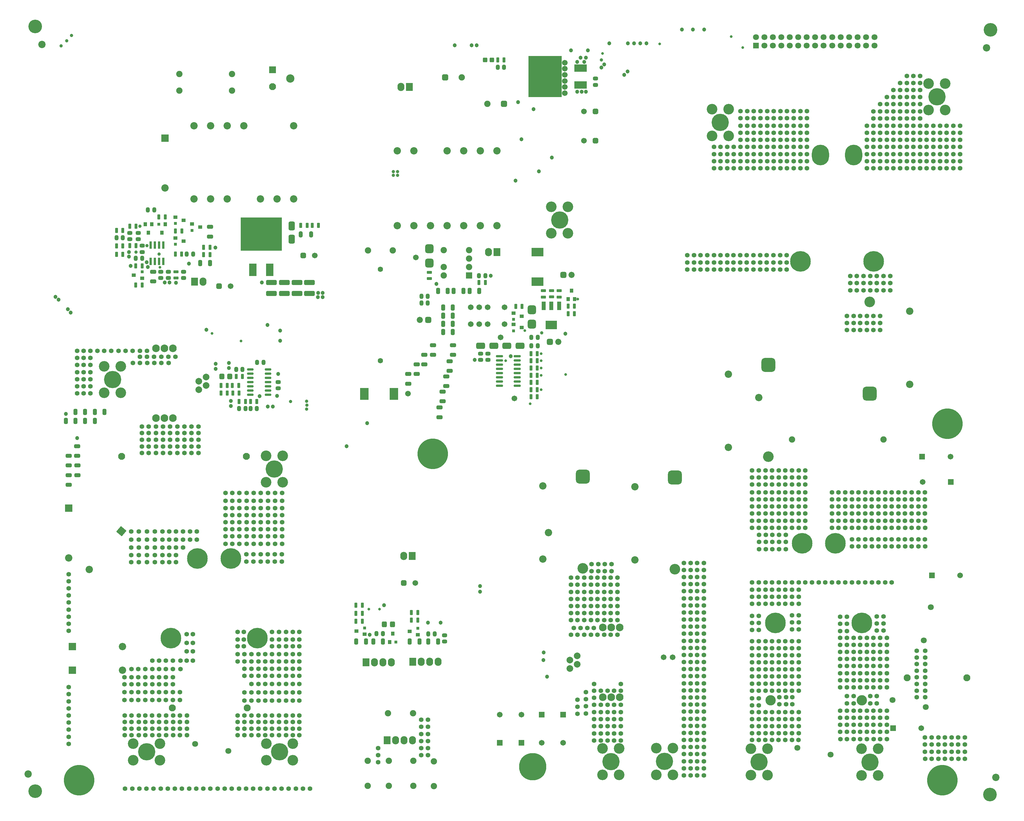
<source format=gts>
G04*
G04 #@! TF.GenerationSoftware,Altium Limited,Altium Designer,25.3.3 (18)*
G04*
G04 Layer_Color=8388736*
%FSLAX44Y44*%
%MOMM*%
G71*
G04*
G04 #@! TF.SameCoordinates,95261EA5-16E4-4C31-8C51-D7BA18121D47*
G04*
G04*
G04 #@! TF.FilePolarity,Negative*
G04*
G01*
G75*
%ADD30R,0.9500X0.9000*%
%ADD32R,0.9000X0.9500*%
%ADD54R,3.7032X2.2032*%
%ADD55R,9.9532X12.4032*%
%ADD56R,1.1532X1.1032*%
G04:AMPARAMS|DCode=57|XSize=1.1032mm|YSize=1.8032mm|CornerRadius=0.2366mm|HoleSize=0mm|Usage=FLASHONLY|Rotation=0.000|XOffset=0mm|YOffset=0mm|HoleType=Round|Shape=RoundedRectangle|*
%AMROUNDEDRECTD57*
21,1,1.1032,1.3300,0,0,0.0*
21,1,0.6300,1.8032,0,0,0.0*
1,1,0.4732,0.3150,-0.6650*
1,1,0.4732,-0.3150,-0.6650*
1,1,0.4732,-0.3150,0.6650*
1,1,0.4732,0.3150,0.6650*
%
%ADD57ROUNDEDRECTD57*%
%ADD58R,1.1032X1.1532*%
G04:AMPARAMS|DCode=59|XSize=1.3032mm|YSize=1.4032mm|CornerRadius=0.2666mm|HoleSize=0mm|Usage=FLASHONLY|Rotation=180.000|XOffset=0mm|YOffset=0mm|HoleType=Round|Shape=RoundedRectangle|*
%AMROUNDEDRECTD59*
21,1,1.3032,0.8700,0,0,180.0*
21,1,0.7700,1.4032,0,0,180.0*
1,1,0.5332,-0.3850,0.4350*
1,1,0.5332,0.3850,0.4350*
1,1,0.5332,0.3850,-0.4350*
1,1,0.5332,-0.3850,-0.4350*
%
%ADD59ROUNDEDRECTD59*%
G04:AMPARAMS|DCode=60|XSize=1.1032mm|YSize=1.5032mm|CornerRadius=0.3266mm|HoleSize=0mm|Usage=FLASHONLY|Rotation=90.000|XOffset=0mm|YOffset=0mm|HoleType=Round|Shape=RoundedRectangle|*
%AMROUNDEDRECTD60*
21,1,1.1032,0.8500,0,0,90.0*
21,1,0.4500,1.5032,0,0,90.0*
1,1,0.6532,0.4250,0.2250*
1,1,0.6532,0.4250,-0.2250*
1,1,0.6532,-0.4250,-0.2250*
1,1,0.6532,-0.4250,0.2250*
%
%ADD60ROUNDEDRECTD60*%
G04:AMPARAMS|DCode=61|XSize=1.1032mm|YSize=1.8032mm|CornerRadius=0.2366mm|HoleSize=0mm|Usage=FLASHONLY|Rotation=270.000|XOffset=0mm|YOffset=0mm|HoleType=Round|Shape=RoundedRectangle|*
%AMROUNDEDRECTD61*
21,1,1.1032,1.3300,0,0,270.0*
21,1,0.6300,1.8032,0,0,270.0*
1,1,0.4732,-0.6650,-0.3150*
1,1,0.4732,-0.6650,0.3150*
1,1,0.4732,0.6650,0.3150*
1,1,0.4732,0.6650,-0.3150*
%
%ADD61ROUNDEDRECTD61*%
G04:AMPARAMS|DCode=62|XSize=1.1032mm|YSize=1.5032mm|CornerRadius=0.3266mm|HoleSize=0mm|Usage=FLASHONLY|Rotation=180.000|XOffset=0mm|YOffset=0mm|HoleType=Round|Shape=RoundedRectangle|*
%AMROUNDEDRECTD62*
21,1,1.1032,0.8500,0,0,180.0*
21,1,0.4500,1.5032,0,0,180.0*
1,1,0.6532,-0.2250,0.4250*
1,1,0.6532,0.2250,0.4250*
1,1,0.6532,0.2250,-0.4250*
1,1,0.6532,-0.2250,-0.4250*
%
%ADD62ROUNDEDRECTD62*%
G04:AMPARAMS|DCode=63|XSize=0.9032mm|YSize=1.5032mm|CornerRadius=0.2066mm|HoleSize=0mm|Usage=FLASHONLY|Rotation=180.000|XOffset=0mm|YOffset=0mm|HoleType=Round|Shape=RoundedRectangle|*
%AMROUNDEDRECTD63*
21,1,0.9032,1.0900,0,0,180.0*
21,1,0.4900,1.5032,0,0,180.0*
1,1,0.4132,-0.2450,0.5450*
1,1,0.4132,0.2450,0.5450*
1,1,0.4132,0.2450,-0.5450*
1,1,0.4132,-0.2450,-0.5450*
%
%ADD63ROUNDEDRECTD63*%
G04:AMPARAMS|DCode=64|XSize=1.6032mm|YSize=1.7532mm|CornerRadius=0.4516mm|HoleSize=0mm|Usage=FLASHONLY|Rotation=0.000|XOffset=0mm|YOffset=0mm|HoleType=Round|Shape=RoundedRectangle|*
%AMROUNDEDRECTD64*
21,1,1.6032,0.8500,0,0,0.0*
21,1,0.7000,1.7532,0,0,0.0*
1,1,0.9032,0.3500,-0.4250*
1,1,0.9032,-0.3500,-0.4250*
1,1,0.9032,-0.3500,0.4250*
1,1,0.9032,0.3500,0.4250*
%
%ADD64ROUNDEDRECTD64*%
G04:AMPARAMS|DCode=65|XSize=2.7032mm|YSize=2.5032mm|CornerRadius=0.6766mm|HoleSize=0mm|Usage=FLASHONLY|Rotation=270.000|XOffset=0mm|YOffset=0mm|HoleType=Round|Shape=RoundedRectangle|*
%AMROUNDEDRECTD65*
21,1,2.7032,1.1500,0,0,270.0*
21,1,1.3500,2.5032,0,0,270.0*
1,1,1.3532,-0.5750,-0.6750*
1,1,1.3532,-0.5750,0.6750*
1,1,1.3532,0.5750,0.6750*
1,1,1.3532,0.5750,-0.6750*
%
%ADD65ROUNDEDRECTD65*%
G04:AMPARAMS|DCode=66|XSize=0.9032mm|YSize=1.5032mm|CornerRadius=0.2066mm|HoleSize=0mm|Usage=FLASHONLY|Rotation=270.000|XOffset=0mm|YOffset=0mm|HoleType=Round|Shape=RoundedRectangle|*
%AMROUNDEDRECTD66*
21,1,0.9032,1.0900,0,0,270.0*
21,1,0.4900,1.5032,0,0,270.0*
1,1,0.4132,-0.5450,-0.2450*
1,1,0.4132,-0.5450,0.2450*
1,1,0.4132,0.5450,0.2450*
1,1,0.4132,0.5450,-0.2450*
%
%ADD66ROUNDEDRECTD66*%
G04:AMPARAMS|DCode=67|XSize=1.5032mm|YSize=1.7032mm|CornerRadius=0.2966mm|HoleSize=0mm|Usage=FLASHONLY|Rotation=0.000|XOffset=0mm|YOffset=0mm|HoleType=Round|Shape=RoundedRectangle|*
%AMROUNDEDRECTD67*
21,1,1.5032,1.1100,0,0,0.0*
21,1,0.9100,1.7032,0,0,0.0*
1,1,0.5932,0.4550,-0.5550*
1,1,0.5932,-0.4550,-0.5550*
1,1,0.5932,-0.4550,0.5550*
1,1,0.5932,0.4550,0.5550*
%
%ADD67ROUNDEDRECTD67*%
%ADD68O,2.2032X0.7532*%
G04:AMPARAMS|DCode=69|XSize=1.1032mm|YSize=1.8032mm|CornerRadius=0.3266mm|HoleSize=0mm|Usage=FLASHONLY|Rotation=180.000|XOffset=0mm|YOffset=0mm|HoleType=Round|Shape=RoundedRectangle|*
%AMROUNDEDRECTD69*
21,1,1.1032,1.1500,0,0,180.0*
21,1,0.4500,1.8032,0,0,180.0*
1,1,0.6532,-0.2250,0.5750*
1,1,0.6532,0.2250,0.5750*
1,1,0.6532,0.2250,-0.5750*
1,1,0.6532,-0.2250,-0.5750*
%
%ADD69ROUNDEDRECTD69*%
G04:AMPARAMS|DCode=70|XSize=1.5032mm|YSize=3.2032mm|CornerRadius=0.2966mm|HoleSize=0mm|Usage=FLASHONLY|Rotation=270.000|XOffset=0mm|YOffset=0mm|HoleType=Round|Shape=RoundedRectangle|*
%AMROUNDEDRECTD70*
21,1,1.5032,2.6100,0,0,270.0*
21,1,0.9100,3.2032,0,0,270.0*
1,1,0.5932,-1.3050,-0.4550*
1,1,0.5932,-1.3050,0.4550*
1,1,0.5932,1.3050,0.4550*
1,1,0.5932,1.3050,-0.4550*
%
%ADD70ROUNDEDRECTD70*%
%ADD71R,0.7620X2.1844*%
G04:AMPARAMS|DCode=72|XSize=2.7032mm|YSize=1.9032mm|CornerRadius=0.5266mm|HoleSize=0mm|Usage=FLASHONLY|Rotation=90.000|XOffset=0mm|YOffset=0mm|HoleType=Round|Shape=RoundedRectangle|*
%AMROUNDEDRECTD72*
21,1,2.7032,0.8500,0,0,90.0*
21,1,1.6500,1.9032,0,0,90.0*
1,1,1.0532,0.4250,0.8250*
1,1,1.0532,0.4250,-0.8250*
1,1,1.0532,-0.4250,-0.8250*
1,1,1.0532,-0.4250,0.8250*
%
%ADD72ROUNDEDRECTD72*%
%ADD73R,2.2032X3.7032*%
%ADD74R,12.4032X9.9532*%
%ADD75R,3.6016X2.6016*%
%ADD76O,2.0032X0.7532*%
%ADD77R,3.5032X2.6032*%
%ADD78R,1.2032X2.6032*%
G04:AMPARAMS|DCode=79|XSize=2.7032mm|YSize=1.9032mm|CornerRadius=0.5266mm|HoleSize=0mm|Usage=FLASHONLY|Rotation=0.000|XOffset=0mm|YOffset=0mm|HoleType=Round|Shape=RoundedRectangle|*
%AMROUNDEDRECTD79*
21,1,2.7032,0.8500,0,0,0.0*
21,1,1.6500,1.9032,0,0,0.0*
1,1,1.0532,0.8250,-0.4250*
1,1,1.0532,-0.8250,-0.4250*
1,1,1.0532,-0.8250,0.4250*
1,1,1.0532,0.8250,0.4250*
%
%ADD79ROUNDEDRECTD79*%
%ADD80R,2.6016X3.6016*%
%ADD81C,2.2000*%
%ADD82C,4.1000*%
%ADD83C,5.2032*%
%ADD84C,3.2032*%
%ADD85C,1.7272*%
%ADD86C,8.2032*%
%ADD87C,1.8082*%
%ADD88R,1.8082X1.8082*%
%ADD89C,6.2032*%
%ADD90O,5.2032X6.2032*%
%ADD91C,9.2032*%
%ADD92R,1.7032X1.7032*%
%ADD93C,1.7032*%
G04:AMPARAMS|DCode=94|XSize=4.2032mm|YSize=4.2032mm|CornerRadius=1.1016mm|HoleSize=0mm|Usage=FLASHONLY|Rotation=90.000|XOffset=0mm|YOffset=0mm|HoleType=Round|Shape=RoundedRectangle|*
%AMROUNDEDRECTD94*
21,1,4.2032,2.0000,0,0,90.0*
21,1,2.0000,4.2032,0,0,90.0*
1,1,2.2032,1.0000,1.0000*
1,1,2.2032,1.0000,-1.0000*
1,1,2.2032,-1.0000,-1.0000*
1,1,2.2032,-1.0000,1.0000*
%
%ADD94ROUNDEDRECTD94*%
%ADD95C,2.2032*%
%ADD96C,1.8032*%
%ADD97C,3.1000*%
%ADD98C,2.0016*%
%ADD99C,2.3016*%
%ADD100C,1.9016*%
%ADD101O,2.1082X2.4892*%
%ADD102R,2.1082X2.4892*%
G04:AMPARAMS|DCode=103|XSize=1.7016mm|YSize=1.7016mm|CornerRadius=0.4508mm|HoleSize=0mm|Usage=FLASHONLY|Rotation=90.000|XOffset=0mm|YOffset=0mm|HoleType=Round|Shape=RoundedRectangle|*
%AMROUNDEDRECTD103*
21,1,1.7016,0.8000,0,0,90.0*
21,1,0.8000,1.7016,0,0,90.0*
1,1,0.9016,0.4000,0.4000*
1,1,0.9016,0.4000,-0.4000*
1,1,0.9016,-0.4000,-0.4000*
1,1,0.9016,-0.4000,0.4000*
%
%ADD103ROUNDEDRECTD103*%
%ADD104C,1.7016*%
%ADD105C,1.8500*%
G04:AMPARAMS|DCode=106|XSize=1.85mm|YSize=1.85mm|CornerRadius=0.4875mm|HoleSize=0mm|Usage=FLASHONLY|Rotation=0.000|XOffset=0mm|YOffset=0mm|HoleType=Round|Shape=RoundedRectangle|*
%AMROUNDEDRECTD106*
21,1,1.8500,0.8750,0,0,0.0*
21,1,0.8750,1.8500,0,0,0.0*
1,1,0.9750,0.4375,-0.4375*
1,1,0.9750,-0.4375,-0.4375*
1,1,0.9750,-0.4375,0.4375*
1,1,0.9750,0.4375,0.4375*
%
%ADD106ROUNDEDRECTD106*%
%ADD107C,1.6032*%
G04:AMPARAMS|DCode=108|XSize=1.9016mm|YSize=1.9016mm|CornerRadius=0.5008mm|HoleSize=0mm|Usage=FLASHONLY|Rotation=180.000|XOffset=0mm|YOffset=0mm|HoleType=Round|Shape=RoundedRectangle|*
%AMROUNDEDRECTD108*
21,1,1.9016,0.9000,0,0,180.0*
21,1,0.9000,1.9016,0,0,180.0*
1,1,1.0016,-0.4500,0.4500*
1,1,1.0016,0.4500,0.4500*
1,1,1.0016,0.4500,-0.4500*
1,1,1.0016,-0.4500,-0.4500*
%
%ADD108ROUNDEDRECTD108*%
%ADD109R,2.1016X2.1016*%
%ADD110C,2.1016*%
%ADD111C,2.5000*%
%ADD112R,2.2032X2.2032*%
%ADD113P,3.1158X4X275.0*%
%ADD114R,1.7032X1.7032*%
%ADD115C,2.1000*%
%ADD116R,2.2032X2.2032*%
%ADD117R,1.9016X1.9016*%
%ADD118C,1.9000*%
%ADD119C,1.4032*%
%ADD120C,0.7032*%
%ADD121C,0.8032*%
%ADD122C,1.2032*%
%ADD123C,1.0032*%
G36*
X2456180Y1249281D02*
X2491740D01*
Y1214104D01*
X2456180D01*
Y1249281D01*
D02*
G37*
D30*
X954840Y528531D02*
D03*
X1114860Y527261D02*
D03*
X385600Y1745401D02*
D03*
Y1682701D02*
D03*
X435480Y1724921D02*
D03*
X285750Y1599801D02*
D03*
X1402280Y1456951D02*
D03*
Y1422661D02*
D03*
D32*
X1049020Y486011D02*
D03*
X335940Y1743111D02*
D03*
D54*
X1604310Y2162411D02*
D03*
Y2213211D02*
D03*
D55*
X1497010Y2187811D02*
D03*
D56*
X954840Y509531D02*
D03*
X929840Y519031D02*
D03*
X1114860Y508261D02*
D03*
X1089860Y517761D02*
D03*
X410600Y1754901D02*
D03*
X385600Y1764401D02*
D03*
Y1701701D02*
D03*
X410600Y1692201D02*
D03*
X460480Y1734421D02*
D03*
X435480Y1743921D02*
D03*
X285750Y1580800D02*
D03*
X260750Y1590301D02*
D03*
X1427280Y1466451D02*
D03*
X1402280Y1475951D02*
D03*
X1427280Y1432161D02*
D03*
X1402280Y1441661D02*
D03*
D57*
X958590Y487282D02*
D03*
X929590D02*
D03*
X1119400Y487281D02*
D03*
X1090400D02*
D03*
X1219900Y1492600D02*
D03*
X1190900D02*
D03*
X489480Y1626470D02*
D03*
X460480D02*
D03*
X85343Y1151491D02*
D03*
X56343D02*
D03*
X1219900Y1443576D02*
D03*
X1190900D02*
D03*
Y1468088D02*
D03*
X1219900D02*
D03*
X1190900Y1419064D02*
D03*
X1219900D02*
D03*
X114343Y1178160D02*
D03*
X85343D02*
D03*
X143343Y1151491D02*
D03*
X114343D02*
D03*
X143343Y1178160D02*
D03*
X172343D02*
D03*
X1175280Y487280D02*
D03*
X1146280D02*
D03*
X980650D02*
D03*
X1009650D02*
D03*
X1204490Y1542650D02*
D03*
X1175490D02*
D03*
X1222480D02*
D03*
X1251480D02*
D03*
X1270210D02*
D03*
X1299210D02*
D03*
D58*
X1039520Y511011D02*
D03*
X1030020Y486011D02*
D03*
X345440Y1718111D02*
D03*
X354940Y1743111D02*
D03*
X295300D02*
D03*
X304800Y1718111D02*
D03*
X314300Y1743111D02*
D03*
X1567180Y1518261D02*
D03*
X1576680Y1543261D02*
D03*
X1586180Y1518261D02*
D03*
D59*
X1317150Y2237341D02*
D03*
X1337150D02*
D03*
D60*
X248310Y1698251D02*
D03*
Y1717251D02*
D03*
X694692Y1249331D02*
D03*
Y1268331D02*
D03*
X1648699Y2181411D02*
D03*
Y2162411D02*
D03*
X1195070Y487281D02*
D03*
Y506281D02*
D03*
X341629Y1600411D02*
D03*
Y1581411D02*
D03*
X364489Y1600411D02*
D03*
Y1581411D02*
D03*
X410212D02*
D03*
Y1600411D02*
D03*
X285750Y1678491D02*
D03*
Y1659491D02*
D03*
X274322Y1698251D02*
D03*
Y1717251D02*
D03*
X1303589Y1334981D02*
D03*
Y1353981D02*
D03*
X1325179Y1334981D02*
D03*
Y1353981D02*
D03*
D61*
X489480Y1706201D02*
D03*
Y1735201D02*
D03*
X64770Y1017191D02*
D03*
Y1046191D02*
D03*
X91441Y988191D02*
D03*
Y1017191D02*
D03*
X90171Y1046191D02*
D03*
Y1075191D02*
D03*
X64770Y959191D02*
D03*
Y988191D02*
D03*
X1179901Y1191601D02*
D03*
Y1162601D02*
D03*
X1209961Y1331091D02*
D03*
Y1302091D02*
D03*
X1199801Y1285371D02*
D03*
Y1256371D02*
D03*
X1189501Y1239201D02*
D03*
Y1210201D02*
D03*
X318770Y1571331D02*
D03*
Y1600331D02*
D03*
X1220121Y1350351D02*
D03*
Y1379351D02*
D03*
X1160781Y1350351D02*
D03*
Y1379351D02*
D03*
X1134111Y1321351D02*
D03*
Y1350351D02*
D03*
X1111251Y1292351D02*
D03*
Y1321351D02*
D03*
X1085851Y1263351D02*
D03*
Y1292351D02*
D03*
D62*
X650500Y1327599D02*
D03*
X631500D02*
D03*
X568350Y1306429D02*
D03*
X587350D02*
D03*
X577240Y1188319D02*
D03*
X596240D02*
D03*
X1125340Y1526809D02*
D03*
X1144340D02*
D03*
X1125340Y1506489D02*
D03*
X1144340D02*
D03*
X611530Y1188319D02*
D03*
X630530D02*
D03*
X1146280Y510139D02*
D03*
X1165280D02*
D03*
X1009650Y511412D02*
D03*
X990650D02*
D03*
X302920Y1786489D02*
D03*
X321920D02*
D03*
X227480Y1702884D02*
D03*
X208480D02*
D03*
X419760Y1653139D02*
D03*
X438760D02*
D03*
X285750Y1640442D02*
D03*
X266750D02*
D03*
X1354729Y2215749D02*
D03*
X1373729D02*
D03*
X1317600Y1588369D02*
D03*
X1298600D02*
D03*
X1475240Y1377549D02*
D03*
X1456240D02*
D03*
X1475080Y1402949D02*
D03*
X1456080D02*
D03*
D63*
X568350Y1284841D02*
D03*
X587350D02*
D03*
X575920Y1258121D02*
D03*
X556920D02*
D03*
X558190Y1235311D02*
D03*
X577190D02*
D03*
X541630Y1258121D02*
D03*
X522630D02*
D03*
X541630Y1235311D02*
D03*
X522630D02*
D03*
X630530Y1209911D02*
D03*
X611530D02*
D03*
X577240D02*
D03*
X596240D02*
D03*
X470480Y1651871D02*
D03*
X489480D02*
D03*
X1473810Y1245541D02*
D03*
Y1353844D02*
D03*
Y1332183D02*
D03*
Y1310523D02*
D03*
Y1288862D02*
D03*
X1114400Y574911D02*
D03*
X1095400D02*
D03*
X1114400Y552051D02*
D03*
X1095400D02*
D03*
X928590Y572371D02*
D03*
X947590D02*
D03*
Y596501D02*
D03*
X928590D02*
D03*
Y548241D02*
D03*
X947590D02*
D03*
X796950Y1739501D02*
D03*
X815950D02*
D03*
X781660D02*
D03*
X762660D02*
D03*
X335940Y1764901D02*
D03*
X354940D02*
D03*
X385900Y1723101D02*
D03*
X404900D02*
D03*
X404470Y1653141D02*
D03*
X385470D02*
D03*
X208480Y1724897D02*
D03*
X227480D02*
D03*
X248310Y1736901D02*
D03*
X267310D02*
D03*
X285750Y1617581D02*
D03*
X266750D02*
D03*
Y1560431D02*
D03*
X285750D02*
D03*
X227600Y1652901D02*
D03*
X208600D02*
D03*
X208480Y1678331D02*
D03*
X227480D02*
D03*
X248310Y1678491D02*
D03*
X267310D02*
D03*
X470480Y1673461D02*
D03*
X489480D02*
D03*
X1373729Y2237341D02*
D03*
X1354729D02*
D03*
X1317600Y1568051D02*
D03*
X1298600D02*
D03*
X1428090Y1495661D02*
D03*
X1409090D02*
D03*
X1585570Y1474071D02*
D03*
X1566570D02*
D03*
X1454810Y1353844D02*
D03*
Y1332183D02*
D03*
Y1310523D02*
D03*
Y1288862D02*
D03*
Y1267202D02*
D03*
X1473810D02*
D03*
X1454810Y1245541D02*
D03*
Y1223881D02*
D03*
X1473810D02*
D03*
X1585570Y1496931D02*
D03*
X1566570D02*
D03*
D64*
X525210Y1284842D02*
D03*
X549210D02*
D03*
D65*
X1149350Y1669561D02*
D03*
X1149350Y1626561D02*
D03*
X1457960Y1442411D02*
D03*
X1457960Y1485411D02*
D03*
D66*
X1149350Y1579500D02*
D03*
Y1598501D02*
D03*
X387350Y1600411D02*
D03*
Y1581411D02*
D03*
X1517100Y1524401D02*
D03*
Y1543401D02*
D03*
X1539380Y1543261D02*
D03*
Y1524261D02*
D03*
X1491890Y1543261D02*
D03*
Y1524261D02*
D03*
D67*
X1013660Y539351D02*
D03*
X1038660D02*
D03*
D68*
X1413840Y1256901D02*
D03*
Y1269601D02*
D03*
Y1282301D02*
D03*
Y1295001D02*
D03*
Y1307701D02*
D03*
Y1320401D02*
D03*
Y1333101D02*
D03*
Y1345801D02*
D03*
X1359840Y1256901D02*
D03*
Y1269601D02*
D03*
Y1282301D02*
D03*
Y1295001D02*
D03*
Y1307701D02*
D03*
Y1320401D02*
D03*
Y1333101D02*
D03*
Y1345801D02*
D03*
D69*
X762750Y1712831D02*
D03*
X793750D02*
D03*
D70*
X713741Y1568041D02*
D03*
Y1535041D02*
D03*
X674371Y1568041D02*
D03*
Y1535041D02*
D03*
X751841Y1568041D02*
D03*
Y1535041D02*
D03*
X788671Y1568041D02*
D03*
Y1535041D02*
D03*
D71*
X349250Y1680319D02*
D03*
X336550D02*
D03*
X323850D02*
D03*
X311150D02*
D03*
Y1631043D02*
D03*
X323850D02*
D03*
X336550D02*
D03*
X349250D02*
D03*
D72*
X735330Y1737911D02*
D03*
X735330Y1697910D02*
D03*
D73*
X618490Y1605851D02*
D03*
X669290D02*
D03*
D74*
X643890Y1713150D02*
D03*
D75*
X1474470Y1659541D02*
D03*
Y1570540D02*
D03*
D76*
X610540Y1306431D02*
D03*
Y1293731D02*
D03*
Y1281031D02*
D03*
Y1268331D02*
D03*
Y1255631D02*
D03*
Y1242931D02*
D03*
Y1230231D02*
D03*
X664540Y1306431D02*
D03*
Y1293731D02*
D03*
Y1281031D02*
D03*
Y1268331D02*
D03*
Y1255631D02*
D03*
Y1242931D02*
D03*
Y1230231D02*
D03*
D77*
X1516380Y1439991D02*
D03*
D78*
X1493380Y1497991D02*
D03*
X1516380D02*
D03*
X1539380D02*
D03*
D79*
X1382080Y1377551D02*
D03*
X1422080Y1377551D02*
D03*
X1303340Y1377551D02*
D03*
X1343340Y1377551D02*
D03*
D80*
X1042721Y1232771D02*
D03*
X953720D02*
D03*
D81*
X-57434Y88400D02*
D03*
X2853176Y78400D02*
D03*
X2825066Y2274421D02*
D03*
X-15834Y2284421D02*
D03*
D82*
X2835000Y26700D02*
D03*
X2836732Y2328388D02*
D03*
X-35700Y36700D02*
D03*
X-35785Y2338388D02*
D03*
D83*
X683260Y1006711D02*
D03*
X196850Y1275951D02*
D03*
X699130Y155411D02*
D03*
X1695450Y125961D02*
D03*
X1856740Y126601D02*
D03*
X2474360Y124691D02*
D03*
X299090Y155411D02*
D03*
X2024380Y2049381D02*
D03*
X2141220Y125331D02*
D03*
X2675891Y2126851D02*
D03*
X1541230Y1756011D02*
D03*
D84*
X658260Y966711D02*
D03*
Y1046711D02*
D03*
X708260Y966711D02*
D03*
Y1046711D02*
D03*
X221850Y1315951D02*
D03*
Y1235951D02*
D03*
X171850Y1315951D02*
D03*
Y1235951D02*
D03*
X739130Y130411D02*
D03*
X659130D02*
D03*
X739130Y180411D02*
D03*
X659130D02*
D03*
X1670450Y85961D02*
D03*
Y165961D02*
D03*
X1720450Y85961D02*
D03*
Y165961D02*
D03*
X1881740Y166601D02*
D03*
Y86601D02*
D03*
X1831740Y166601D02*
D03*
Y86601D02*
D03*
X2499360Y164691D02*
D03*
Y84691D02*
D03*
X2449360Y164691D02*
D03*
Y84691D02*
D03*
X259090Y180411D02*
D03*
X339090D02*
D03*
X259090Y130411D02*
D03*
X339090D02*
D03*
X2049380Y2089381D02*
D03*
Y2009381D02*
D03*
X1999380Y2089381D02*
D03*
Y2009381D02*
D03*
X2166220Y165331D02*
D03*
Y85331D02*
D03*
X2116220Y165331D02*
D03*
Y85331D02*
D03*
X2700891Y2166851D02*
D03*
Y2086851D02*
D03*
X2650891Y2166851D02*
D03*
Y2086851D02*
D03*
X1887490Y704881D02*
D03*
X1516230Y1716011D02*
D03*
Y1796011D02*
D03*
X1566230Y1716011D02*
D03*
Y1796011D02*
D03*
X1610630Y707421D02*
D03*
X2168510Y1043481D02*
D03*
X2473690Y1509201D02*
D03*
D85*
X1439300Y89761D02*
D03*
X1460500Y140961D02*
D03*
X1481700Y89761D02*
D03*
Y132161D02*
D03*
X1430500Y110961D02*
D03*
X1490500D02*
D03*
X1439280Y132161D02*
D03*
X1460500Y80961D02*
D03*
X2686440Y1121401D02*
D03*
X2707640Y1172601D02*
D03*
X2728840Y1121401D02*
D03*
Y1163801D02*
D03*
X2677640Y1142601D02*
D03*
X2737640D02*
D03*
X2686420Y1163801D02*
D03*
X2707640Y1112601D02*
D03*
X2671200Y49040D02*
D03*
X2692401Y100240D02*
D03*
X2713600Y49040D02*
D03*
Y91441D02*
D03*
X2662401Y70241D02*
D03*
X2722401D02*
D03*
X2671180Y91441D02*
D03*
X2692401Y40241D02*
D03*
X1138300Y1030801D02*
D03*
X1159500Y1082001D02*
D03*
X1180700Y1030801D02*
D03*
Y1073201D02*
D03*
X1129500Y1052001D02*
D03*
X1189500D02*
D03*
X1138280Y1073201D02*
D03*
X1159500Y1022001D02*
D03*
X75320Y49040D02*
D03*
X96520Y100240D02*
D03*
X117720Y49040D02*
D03*
Y91441D02*
D03*
X66520Y70241D02*
D03*
X126520D02*
D03*
X75300Y91441D02*
D03*
X96520Y40241D02*
D03*
D86*
X1460500Y110961D02*
D03*
D87*
X2131530Y2305921D02*
D03*
X2156930D02*
D03*
Y2280521D02*
D03*
X2182330Y2305921D02*
D03*
Y2280521D02*
D03*
X2207730Y2305921D02*
D03*
Y2280521D02*
D03*
X2233130Y2305921D02*
D03*
X2258930D02*
D03*
Y2280521D02*
D03*
X2284330Y2305921D02*
D03*
Y2280521D02*
D03*
X2309730D02*
D03*
X2335130D02*
D03*
X2309730Y2305921D02*
D03*
X2335130D02*
D03*
X2233130Y2280521D02*
D03*
X2360930Y2305921D02*
D03*
Y2280521D02*
D03*
X2386330Y2305921D02*
D03*
Y2280521D02*
D03*
X2411730Y2305921D02*
D03*
Y2280521D02*
D03*
X2437130Y2305921D02*
D03*
X2462930D02*
D03*
Y2280521D02*
D03*
X2488330Y2305921D02*
D03*
Y2280521D02*
D03*
X2437130D02*
D03*
D88*
X2131530D02*
D03*
D89*
X2265390Y1631551D02*
D03*
X2485390D02*
D03*
X2270290Y783181D02*
D03*
X2370290D02*
D03*
X2190290Y543181D02*
D03*
X2450290D02*
D03*
X632110Y497441D02*
D03*
X372110D02*
D03*
X552110Y737441D02*
D03*
X452110D02*
D03*
D90*
X2425390Y1951551D02*
D03*
X2325390D02*
D03*
D91*
X2707640Y1142601D02*
D03*
X2692401Y70241D02*
D03*
X1159500Y1052001D02*
D03*
X96520Y70241D02*
D03*
D92*
X2631440Y1043541D02*
D03*
X2543810Y226931D02*
D03*
X2717710Y967341D02*
D03*
X2660650Y686671D02*
D03*
D93*
X2716440Y1043541D02*
D03*
X2628810Y226931D02*
D03*
X1299360Y1442471D02*
D03*
X1324610Y1442471D02*
D03*
X1375110D02*
D03*
X1274110D02*
D03*
X1375110Y1492971D02*
D03*
X1324610D02*
D03*
X1299360D02*
D03*
X1274110D02*
D03*
X1487170Y182571D02*
D03*
X1426210Y267571D02*
D03*
X1551940Y182571D02*
D03*
X1361440Y267571D02*
D03*
X2632710Y967341D02*
D03*
X2745650Y686671D02*
D03*
X1109000Y1642901D02*
D03*
X1084800Y1233501D02*
D03*
X1405200Y1219301D02*
D03*
X1363700Y1403201D02*
D03*
X1556500Y2137701D02*
D03*
Y2156040D02*
D03*
Y2174380D02*
D03*
Y2192720D02*
D03*
Y2211060D02*
D03*
Y2229400D02*
D03*
X1880870Y440290D02*
D03*
X1854200D02*
D03*
D94*
X1887490Y980881D02*
D03*
X1610630Y983421D02*
D03*
X2168510Y1319481D02*
D03*
X2473690Y1233201D02*
D03*
D95*
X1767490Y952881D02*
D03*
Y732881D02*
D03*
X354330Y1852461D02*
D03*
X127051Y704147D02*
D03*
X1490630Y735421D02*
D03*
Y955421D02*
D03*
X441680Y1819220D02*
D03*
X741680Y2039221D02*
D03*
X591680D02*
D03*
X541680D02*
D03*
X491680D02*
D03*
X441680D02*
D03*
X741680Y1819220D02*
D03*
X691680D02*
D03*
X641680D02*
D03*
X541680D02*
D03*
X491680D02*
D03*
X2048510Y1291481D02*
D03*
Y1071481D02*
D03*
X2593690Y1261201D02*
D03*
Y1481201D02*
D03*
X1052690Y1738761D02*
D03*
X1152690D02*
D03*
X1102690D02*
D03*
X1202690D02*
D03*
X1252690D02*
D03*
X1352690D02*
D03*
X1052690Y1963761D02*
D03*
X1102690D02*
D03*
X1352690D02*
D03*
X1252690D02*
D03*
X1202690D02*
D03*
X1302690D02*
D03*
Y1738761D02*
D03*
X226130Y472041D02*
D03*
Y400921D02*
D03*
X64770Y738671D02*
D03*
X1507490Y814940D02*
D03*
X2140380Y1221341D02*
D03*
D96*
X2636520Y491091D02*
D03*
X2657520Y591091D02*
D03*
X2642070Y290091D02*
D03*
X2542070Y311091D02*
D03*
X545300Y158011D02*
D03*
X445300Y179011D02*
D03*
X2355850Y146921D02*
D03*
X2255850Y167921D02*
D03*
D97*
X2450170Y310751D02*
D03*
X2175171D02*
D03*
D98*
X1593641Y444150D02*
D03*
X1571645Y431450D02*
D03*
X1593641Y418750D02*
D03*
X1571645Y406050D02*
D03*
X478136Y1283521D02*
D03*
X456140Y1270821D02*
D03*
X478136Y1258121D02*
D03*
X456140Y1245421D02*
D03*
D99*
X1722140Y530050D02*
D03*
Y320051D02*
D03*
X1696740Y530050D02*
D03*
X1671340D02*
D03*
X1696740Y320051D02*
D03*
X1671340D02*
D03*
X378441Y1369520D02*
D03*
X353041D02*
D03*
X378441Y1159521D02*
D03*
X353041D02*
D03*
X327641Y1369520D02*
D03*
Y1159521D02*
D03*
D100*
X1163320Y52270D02*
D03*
Y127271D02*
D03*
X1101090Y53540D02*
D03*
Y128541D02*
D03*
X1099892Y271381D02*
D03*
X1024890D02*
D03*
X1323729Y2105261D02*
D03*
X1247140Y2185271D02*
D03*
X556260Y2145019D02*
D03*
Y2195019D02*
D03*
X397510D02*
D03*
Y2145019D02*
D03*
X1039501Y1664301D02*
D03*
X964500D02*
D03*
X1027430Y128541D02*
D03*
Y53540D02*
D03*
X963930Y128541D02*
D03*
Y53540D02*
D03*
X1268421Y1614135D02*
D03*
Y1639535D02*
D03*
Y1664935D02*
D03*
X1192221D02*
D03*
Y1614135D02*
D03*
Y1588735D02*
D03*
D101*
X1035050Y425051D02*
D03*
X1009650D02*
D03*
X984250D02*
D03*
X1176020Y426321D02*
D03*
X1150620D02*
D03*
X1125220D02*
D03*
X1071969Y745091D02*
D03*
X1327290Y1659491D02*
D03*
X1064260Y2156061D02*
D03*
X468630Y1570591D02*
D03*
X1098550Y190101D02*
D03*
X1073150D02*
D03*
X1047750D02*
D03*
D102*
X958850Y425051D02*
D03*
X1099820Y426321D02*
D03*
X1097369Y745091D02*
D03*
X1352690Y1659491D02*
D03*
X1089660Y2156061D02*
D03*
X443230Y1570591D02*
D03*
X1022350Y190101D02*
D03*
D103*
X1071969Y663805D02*
D03*
X769709Y1649325D02*
D03*
X516609Y1556595D02*
D03*
X1649131Y2082406D02*
D03*
Y1994782D02*
D03*
D104*
X1106971Y663805D02*
D03*
X804710Y1649325D02*
D03*
X551610Y1556595D02*
D03*
X1614130Y2082406D02*
D03*
Y1994782D02*
D03*
D105*
X1577108Y1590601D02*
D03*
X1120933Y1455021D02*
D03*
X1537008Y1389001D02*
D03*
D106*
X1552108Y1590601D02*
D03*
X1145933Y1455021D02*
D03*
X1512008Y1389001D02*
D03*
D107*
X1002030Y1607421D02*
D03*
Y1332420D02*
D03*
D108*
X1373729Y2105261D02*
D03*
X1197141Y2185271D02*
D03*
D109*
X678000Y2208001D02*
D03*
D110*
Y2157201D02*
D03*
X601451Y287889D02*
D03*
X376450D02*
D03*
X2585891Y378061D02*
D03*
X2765891D02*
D03*
D111*
X731553Y2182035D02*
D03*
D112*
X354330Y2002461D02*
D03*
X64770Y888671D02*
D03*
D113*
X223470Y819054D02*
D03*
D114*
X1487170Y267571D02*
D03*
X1426210Y182571D02*
D03*
X1551940Y267571D02*
D03*
X1361440Y182571D02*
D03*
D115*
X223981Y1044811D02*
D03*
X598980D02*
D03*
D116*
X76130Y472041D02*
D03*
Y400921D02*
D03*
D117*
X1268421Y1588735D02*
D03*
D118*
X2239941Y1095611D02*
D03*
X2514940D02*
D03*
D119*
X2445000Y236713D02*
D03*
X1697000Y720601D02*
D03*
Y699286D02*
D03*
X1677000Y720601D02*
D03*
Y699286D02*
D03*
X1657000Y720601D02*
D03*
Y699286D02*
D03*
X1637000D02*
D03*
Y720601D02*
D03*
X2241000Y319915D02*
D03*
Y298601D02*
D03*
X2495000Y520173D02*
D03*
Y541488D02*
D03*
Y562802D02*
D03*
X2515000Y520173D02*
D03*
Y541488D02*
D03*
Y562802D02*
D03*
X2385000Y519173D02*
D03*
Y540488D02*
D03*
Y561802D02*
D03*
X2405000Y519173D02*
D03*
Y540488D02*
D03*
Y561802D02*
D03*
X2140000Y543614D02*
D03*
Y522300D02*
D03*
Y564929D02*
D03*
X2120000Y522300D02*
D03*
Y543614D02*
D03*
Y564929D02*
D03*
Y488802D02*
D03*
Y600657D02*
D03*
X2240000Y523601D02*
D03*
Y544915D02*
D03*
Y566230D02*
D03*
X2260000Y523601D02*
D03*
Y544915D02*
D03*
Y566230D02*
D03*
X2201000Y808370D02*
D03*
Y787055D02*
D03*
X2221000Y808370D02*
D03*
Y787055D02*
D03*
X2181000Y808370D02*
D03*
Y787055D02*
D03*
X2161001Y808370D02*
D03*
Y787055D02*
D03*
X2141000Y808370D02*
D03*
Y787055D02*
D03*
X2201000Y765601D02*
D03*
X2221000D02*
D03*
X2181000D02*
D03*
X2161001D02*
D03*
X2141000D02*
D03*
X2420000Y773601D02*
D03*
X2500000D02*
D03*
X2480000D02*
D03*
X2460000D02*
D03*
X2440000D02*
D03*
X2419835Y795055D02*
D03*
X2499834D02*
D03*
X2479834D02*
D03*
X2459834D02*
D03*
X2439834D02*
D03*
X2520000Y773601D02*
D03*
X2540000D02*
D03*
X2560000D02*
D03*
X2640000D02*
D03*
X2620000D02*
D03*
X2600000D02*
D03*
X2580000D02*
D03*
X2519835Y795055D02*
D03*
X2539835D02*
D03*
X2559835D02*
D03*
X2639835D02*
D03*
X2619835D02*
D03*
X2599835D02*
D03*
X2579835D02*
D03*
X706136Y750286D02*
D03*
Y727601D02*
D03*
X684709Y750286D02*
D03*
Y727601D02*
D03*
X641854Y750286D02*
D03*
Y727601D02*
D03*
X620428Y750286D02*
D03*
Y727601D02*
D03*
X599000Y750286D02*
D03*
Y727601D02*
D03*
X663282D02*
D03*
Y750286D02*
D03*
X1945000Y1628286D02*
D03*
Y1649601D02*
D03*
X1925000Y1628286D02*
D03*
Y1649601D02*
D03*
X1965000Y1628286D02*
D03*
Y1649601D02*
D03*
X1985000Y1628286D02*
D03*
Y1649601D02*
D03*
X2005000Y1628286D02*
D03*
Y1649601D02*
D03*
X2044834Y1628286D02*
D03*
Y1649601D02*
D03*
X2025000Y1628286D02*
D03*
Y1649601D02*
D03*
X1945000Y1606971D02*
D03*
X2025000D02*
D03*
X2005000D02*
D03*
X1985000D02*
D03*
X1965000D02*
D03*
X2044834D02*
D03*
X1925000D02*
D03*
X2124000Y1628286D02*
D03*
Y1649601D02*
D03*
X2104000Y1628286D02*
D03*
Y1649601D02*
D03*
X2084000Y1628286D02*
D03*
Y1649601D02*
D03*
X2064000Y1628286D02*
D03*
Y1649601D02*
D03*
X2144000Y1628286D02*
D03*
Y1649601D02*
D03*
X2164000Y1628286D02*
D03*
Y1649601D02*
D03*
X2184000Y1628286D02*
D03*
Y1649601D02*
D03*
X2223835Y1628286D02*
D03*
Y1649601D02*
D03*
X2204000Y1628286D02*
D03*
Y1649601D02*
D03*
X2064000Y1606971D02*
D03*
X2124000D02*
D03*
X2204000D02*
D03*
X2184000D02*
D03*
X2164000D02*
D03*
X2144000D02*
D03*
X2223835D02*
D03*
X2104000D02*
D03*
X2084000D02*
D03*
X2475000Y301601D02*
D03*
Y322915D02*
D03*
X2495000Y301601D02*
D03*
Y322915D02*
D03*
X2405000Y301601D02*
D03*
Y322915D02*
D03*
X2425000Y301601D02*
D03*
Y322915D02*
D03*
X2202000Y298601D02*
D03*
Y319915D02*
D03*
X2222000Y298601D02*
D03*
Y319915D02*
D03*
X2120000Y295601D02*
D03*
Y316915D02*
D03*
X2140000Y295601D02*
D03*
Y316915D02*
D03*
X285000Y1114601D02*
D03*
Y1094601D02*
D03*
Y1074601D02*
D03*
Y1054601D02*
D03*
X572484Y427572D02*
D03*
X419884Y429601D02*
D03*
X438100Y457901D02*
D03*
X316100Y429601D02*
D03*
Y380300D02*
D03*
Y404601D02*
D03*
X253767Y380300D02*
D03*
X279292Y1325600D02*
D03*
X257865D02*
D03*
X343573D02*
D03*
X322146D02*
D03*
X300719D02*
D03*
X365000D02*
D03*
X364573Y1344601D02*
D03*
X278865D02*
D03*
X300292D02*
D03*
X321719D02*
D03*
X343146D02*
D03*
X386000D02*
D03*
X1644000Y528601D02*
D03*
X1624000D02*
D03*
X1604000D02*
D03*
X1584000D02*
D03*
X1715000Y507601D02*
D03*
X1695000D02*
D03*
X1675000D02*
D03*
X1655000D02*
D03*
X1575000D02*
D03*
X1595000D02*
D03*
X1615000D02*
D03*
X1635000D02*
D03*
X1915000Y681408D02*
D03*
Y702722D02*
D03*
Y724037D02*
D03*
X2285000Y2061971D02*
D03*
Y2083286D02*
D03*
X2265000Y2061971D02*
D03*
Y2083286D02*
D03*
X2245000Y2061971D02*
D03*
Y2083286D02*
D03*
X2225000Y2061971D02*
D03*
Y2083286D02*
D03*
X2145000Y2061971D02*
D03*
Y2083286D02*
D03*
X2165000Y2061971D02*
D03*
Y2083286D02*
D03*
X2185000Y2061971D02*
D03*
Y2083286D02*
D03*
X2205000Y2061971D02*
D03*
Y2083286D02*
D03*
X2125000Y2061971D02*
D03*
Y2083286D02*
D03*
X2105000Y2061971D02*
D03*
Y2083286D02*
D03*
X2085000Y2061971D02*
D03*
Y2083286D02*
D03*
X2545000Y2061713D02*
D03*
Y2083028D02*
D03*
Y2146971D02*
D03*
Y2125657D02*
D03*
Y2104342D02*
D03*
X2525000Y2061713D02*
D03*
Y2083028D02*
D03*
Y2125657D02*
D03*
Y2104342D02*
D03*
X2505000Y2061713D02*
D03*
Y2083028D02*
D03*
Y2104342D02*
D03*
X2485000Y2061713D02*
D03*
Y2083028D02*
D03*
X2565000Y2168286D02*
D03*
Y2146971D02*
D03*
Y2061713D02*
D03*
Y2083028D02*
D03*
Y2104342D02*
D03*
Y2125657D02*
D03*
X2585000Y2168286D02*
D03*
Y2189601D02*
D03*
Y2146971D02*
D03*
Y2061713D02*
D03*
Y2083028D02*
D03*
Y2104342D02*
D03*
Y2125657D02*
D03*
X2605000Y2168286D02*
D03*
Y2189601D02*
D03*
Y2146971D02*
D03*
Y2061713D02*
D03*
Y2083028D02*
D03*
Y2104342D02*
D03*
Y2125657D02*
D03*
X2625000Y2168286D02*
D03*
Y2189601D02*
D03*
Y2146971D02*
D03*
Y2061713D02*
D03*
Y2083028D02*
D03*
Y2104342D02*
D03*
Y2125657D02*
D03*
X2045000Y1911713D02*
D03*
Y1933028D02*
D03*
Y1975657D02*
D03*
Y1954342D02*
D03*
X2025000Y1911713D02*
D03*
Y1933028D02*
D03*
Y1975657D02*
D03*
Y1954342D02*
D03*
X2005000Y1911713D02*
D03*
Y1933028D02*
D03*
Y1975657D02*
D03*
Y1954342D02*
D03*
X2065000Y1911713D02*
D03*
Y1933028D02*
D03*
Y1954342D02*
D03*
Y1975657D02*
D03*
X2085000Y2018286D02*
D03*
Y2039601D02*
D03*
Y1996971D02*
D03*
Y1911713D02*
D03*
Y1933028D02*
D03*
Y1954342D02*
D03*
Y1975657D02*
D03*
X2105000Y2018286D02*
D03*
Y2039601D02*
D03*
Y1996971D02*
D03*
Y1911713D02*
D03*
Y1933028D02*
D03*
Y1954342D02*
D03*
Y1975657D02*
D03*
X2125000Y2018286D02*
D03*
Y2039601D02*
D03*
Y1996971D02*
D03*
Y1911713D02*
D03*
Y1933028D02*
D03*
Y1954342D02*
D03*
Y1975657D02*
D03*
X2685000Y1911713D02*
D03*
Y1933028D02*
D03*
Y2039601D02*
D03*
Y2018286D02*
D03*
Y1996971D02*
D03*
Y1975657D02*
D03*
Y1954342D02*
D03*
X2665000Y1911713D02*
D03*
Y1933028D02*
D03*
Y2039601D02*
D03*
Y2018286D02*
D03*
Y1996971D02*
D03*
Y1975657D02*
D03*
Y1954342D02*
D03*
X2645000Y1911713D02*
D03*
Y1933028D02*
D03*
Y2039601D02*
D03*
Y2018286D02*
D03*
Y1996971D02*
D03*
Y1975657D02*
D03*
Y1954342D02*
D03*
X2625000Y1911713D02*
D03*
Y1933028D02*
D03*
Y2039601D02*
D03*
Y2018286D02*
D03*
Y1996971D02*
D03*
Y1975657D02*
D03*
Y1954342D02*
D03*
X2705000Y2018286D02*
D03*
Y2039601D02*
D03*
Y1996971D02*
D03*
Y1911713D02*
D03*
Y1933028D02*
D03*
Y1954342D02*
D03*
Y1975657D02*
D03*
X2725000Y2018286D02*
D03*
Y2039601D02*
D03*
Y1996971D02*
D03*
Y1911713D02*
D03*
Y1933028D02*
D03*
Y1954342D02*
D03*
Y1975657D02*
D03*
X2745000Y2018286D02*
D03*
Y2039601D02*
D03*
Y1996971D02*
D03*
Y1911713D02*
D03*
Y1933028D02*
D03*
Y1954342D02*
D03*
Y1975657D02*
D03*
X2525000Y1911713D02*
D03*
Y1933028D02*
D03*
Y2039601D02*
D03*
Y2018286D02*
D03*
Y1996971D02*
D03*
Y1975657D02*
D03*
Y1954342D02*
D03*
X2505000Y1911713D02*
D03*
Y1933028D02*
D03*
Y2039601D02*
D03*
Y2018286D02*
D03*
Y1996971D02*
D03*
Y1975657D02*
D03*
Y1954342D02*
D03*
X2485000Y1911713D02*
D03*
Y1933028D02*
D03*
Y2039601D02*
D03*
Y2018286D02*
D03*
Y1996971D02*
D03*
Y1975657D02*
D03*
Y1954342D02*
D03*
X2465000Y1911713D02*
D03*
Y1933028D02*
D03*
Y2039601D02*
D03*
Y2018286D02*
D03*
Y1996971D02*
D03*
Y1975657D02*
D03*
Y1954342D02*
D03*
X2545000Y2018286D02*
D03*
Y2039601D02*
D03*
Y1996971D02*
D03*
Y1911713D02*
D03*
Y1933028D02*
D03*
Y1954342D02*
D03*
Y1975657D02*
D03*
X2565000Y2018286D02*
D03*
Y2039601D02*
D03*
Y1996971D02*
D03*
Y1911713D02*
D03*
Y1933028D02*
D03*
Y1954342D02*
D03*
Y1975657D02*
D03*
X2585000Y2018286D02*
D03*
Y2039601D02*
D03*
Y1996971D02*
D03*
Y1911713D02*
D03*
Y1933028D02*
D03*
Y1954342D02*
D03*
Y1975657D02*
D03*
X2605000Y2018286D02*
D03*
Y2039601D02*
D03*
Y1996971D02*
D03*
Y1911713D02*
D03*
Y1933028D02*
D03*
Y1954342D02*
D03*
Y1975657D02*
D03*
X2205000Y1911713D02*
D03*
Y1933028D02*
D03*
Y2039601D02*
D03*
Y2018286D02*
D03*
Y1996971D02*
D03*
Y1975657D02*
D03*
Y1954342D02*
D03*
X2185000Y1911713D02*
D03*
Y1933028D02*
D03*
Y2039601D02*
D03*
Y2018286D02*
D03*
Y1996971D02*
D03*
Y1975657D02*
D03*
Y1954342D02*
D03*
X2165000Y1911713D02*
D03*
Y1933028D02*
D03*
Y2039601D02*
D03*
Y2018286D02*
D03*
Y1996971D02*
D03*
Y1975657D02*
D03*
Y1954342D02*
D03*
X2145000Y1911713D02*
D03*
Y1933028D02*
D03*
Y2039601D02*
D03*
Y2018286D02*
D03*
Y1996971D02*
D03*
Y1975657D02*
D03*
Y1954342D02*
D03*
X2225000Y2018286D02*
D03*
Y2039601D02*
D03*
Y1996971D02*
D03*
Y1911713D02*
D03*
Y1933028D02*
D03*
Y1954342D02*
D03*
Y1975657D02*
D03*
X2245000Y2018286D02*
D03*
Y2039601D02*
D03*
Y1996971D02*
D03*
Y1911713D02*
D03*
Y1933028D02*
D03*
Y1954342D02*
D03*
Y1975657D02*
D03*
X2265000Y2018286D02*
D03*
Y2039601D02*
D03*
Y1996971D02*
D03*
Y1911713D02*
D03*
Y1933028D02*
D03*
Y1954342D02*
D03*
Y1975657D02*
D03*
X2285000Y2018286D02*
D03*
Y2039601D02*
D03*
Y1996971D02*
D03*
Y1911713D02*
D03*
Y1933028D02*
D03*
Y1954342D02*
D03*
Y1975657D02*
D03*
X1635000Y551713D02*
D03*
Y573028D02*
D03*
Y679601D02*
D03*
Y658286D02*
D03*
Y636972D02*
D03*
Y615657D02*
D03*
Y594342D02*
D03*
X1615000Y551713D02*
D03*
Y573028D02*
D03*
Y679601D02*
D03*
Y658286D02*
D03*
Y636972D02*
D03*
Y615657D02*
D03*
Y594342D02*
D03*
X1595000Y551713D02*
D03*
Y573028D02*
D03*
Y679601D02*
D03*
Y658286D02*
D03*
Y636972D02*
D03*
Y615657D02*
D03*
Y594342D02*
D03*
X1575000Y551713D02*
D03*
Y573028D02*
D03*
Y679601D02*
D03*
Y658286D02*
D03*
Y636972D02*
D03*
Y615657D02*
D03*
Y594342D02*
D03*
X1655000Y658286D02*
D03*
Y679601D02*
D03*
Y636972D02*
D03*
Y551713D02*
D03*
Y573028D02*
D03*
Y594342D02*
D03*
Y615657D02*
D03*
X1675000Y658286D02*
D03*
Y679601D02*
D03*
Y636972D02*
D03*
Y551713D02*
D03*
Y573028D02*
D03*
Y594342D02*
D03*
Y615657D02*
D03*
X1695000Y658286D02*
D03*
Y679601D02*
D03*
Y636972D02*
D03*
Y551713D02*
D03*
Y573028D02*
D03*
Y594342D02*
D03*
Y615657D02*
D03*
X1715000Y658286D02*
D03*
Y679601D02*
D03*
Y636972D02*
D03*
Y551713D02*
D03*
Y573028D02*
D03*
Y594342D02*
D03*
Y615657D02*
D03*
X2425000Y1424601D02*
D03*
X2445000D02*
D03*
X2485000D02*
D03*
X2505000D02*
D03*
X2465000D02*
D03*
X2405000D02*
D03*
X2505000Y1467230D02*
D03*
Y1445915D02*
D03*
X2485000Y1467230D02*
D03*
Y1445915D02*
D03*
X2405000Y1467230D02*
D03*
Y1445915D02*
D03*
X2425000Y1467230D02*
D03*
Y1445915D02*
D03*
X2445000Y1467230D02*
D03*
Y1445915D02*
D03*
X2465000Y1467230D02*
D03*
Y1445915D02*
D03*
X2435000Y1544601D02*
D03*
X2455000D02*
D03*
X2495000D02*
D03*
X2515000D02*
D03*
X2535000D02*
D03*
X2475000D02*
D03*
X2415000D02*
D03*
X2535000Y1587230D02*
D03*
Y1565915D02*
D03*
X2515000Y1587230D02*
D03*
Y1565915D02*
D03*
X2495000Y1587230D02*
D03*
Y1565915D02*
D03*
X2415000Y1587230D02*
D03*
Y1565915D02*
D03*
X2435000Y1587230D02*
D03*
Y1565915D02*
D03*
X2455000Y1587230D02*
D03*
Y1565915D02*
D03*
X2475000Y1587230D02*
D03*
Y1565915D02*
D03*
X2119834Y936313D02*
D03*
Y893684D02*
D03*
Y914999D02*
D03*
Y851055D02*
D03*
Y872370D02*
D03*
X2140000Y959601D02*
D03*
X2160000D02*
D03*
X2279835D02*
D03*
X2200000D02*
D03*
X2220000D02*
D03*
X2240000D02*
D03*
X2260000D02*
D03*
X2180000D02*
D03*
X2120000D02*
D03*
X2260000Y1002230D02*
D03*
Y980915D02*
D03*
X2279835Y1002230D02*
D03*
Y980915D02*
D03*
X2240000Y1002230D02*
D03*
Y980915D02*
D03*
X2220000Y1002230D02*
D03*
Y980915D02*
D03*
X2200000Y1002230D02*
D03*
Y980915D02*
D03*
X2120000Y1002230D02*
D03*
Y980915D02*
D03*
X2140000Y1002230D02*
D03*
Y980915D02*
D03*
X2160000Y1002230D02*
D03*
Y980915D02*
D03*
X2180000Y1002230D02*
D03*
Y980915D02*
D03*
X2120000Y829601D02*
D03*
X2140000D02*
D03*
X2160000D02*
D03*
X2180000D02*
D03*
X2260000D02*
D03*
X2240000D02*
D03*
X2220000D02*
D03*
X2200000D02*
D03*
X2140000Y851055D02*
D03*
Y872370D02*
D03*
X2160000Y851055D02*
D03*
Y872370D02*
D03*
X2180000Y851055D02*
D03*
Y872370D02*
D03*
X2259834Y851055D02*
D03*
Y872370D02*
D03*
X2239834Y851055D02*
D03*
Y872370D02*
D03*
X2220000Y851055D02*
D03*
Y872370D02*
D03*
X2200000Y851055D02*
D03*
Y872370D02*
D03*
X2279835Y829601D02*
D03*
Y851055D02*
D03*
Y872370D02*
D03*
X2180000Y914999D02*
D03*
Y936313D02*
D03*
X2160000Y914999D02*
D03*
Y936313D02*
D03*
X2140000Y914999D02*
D03*
Y936313D02*
D03*
X2200000Y914999D02*
D03*
Y936313D02*
D03*
X2220000Y914999D02*
D03*
Y936313D02*
D03*
X2239834Y914999D02*
D03*
Y936313D02*
D03*
X2279835Y914999D02*
D03*
Y936313D02*
D03*
X2259834Y914999D02*
D03*
Y936313D02*
D03*
X2180000Y893684D02*
D03*
X2259834D02*
D03*
X2239834D02*
D03*
X2220000D02*
D03*
X2200000D02*
D03*
X2279835D02*
D03*
X2160000D02*
D03*
X2140000D02*
D03*
X2379835D02*
D03*
X2399835D02*
D03*
X2579835D02*
D03*
X2599835D02*
D03*
X2619835D02*
D03*
X2639835D02*
D03*
X2559835D02*
D03*
X2539835D02*
D03*
X2519835D02*
D03*
X2439834D02*
D03*
X2459834D02*
D03*
X2479834D02*
D03*
X2499834D02*
D03*
X2419835D02*
D03*
X2359834D02*
D03*
X2639835Y936313D02*
D03*
Y914999D02*
D03*
X2619835Y936313D02*
D03*
Y914999D02*
D03*
X2599835Y936313D02*
D03*
Y914999D02*
D03*
X2579835Y936313D02*
D03*
Y914999D02*
D03*
X2499834Y936313D02*
D03*
Y914999D02*
D03*
X2519835Y936313D02*
D03*
Y914999D02*
D03*
X2539835Y936313D02*
D03*
Y914999D02*
D03*
X2559835Y936313D02*
D03*
Y914999D02*
D03*
X2479834Y936313D02*
D03*
Y914999D02*
D03*
X2459834Y936313D02*
D03*
Y914999D02*
D03*
X2439834Y936313D02*
D03*
Y914999D02*
D03*
X2359834Y936313D02*
D03*
Y914999D02*
D03*
X2379835Y936313D02*
D03*
Y914999D02*
D03*
X2399835Y936313D02*
D03*
Y914999D02*
D03*
X2419835Y936313D02*
D03*
Y914999D02*
D03*
X2579835Y872370D02*
D03*
Y851055D02*
D03*
X2599835Y872370D02*
D03*
Y851055D02*
D03*
X2619835Y872370D02*
D03*
Y851055D02*
D03*
X2639835Y872370D02*
D03*
Y851055D02*
D03*
X2559835Y872370D02*
D03*
Y851055D02*
D03*
X2539835Y872370D02*
D03*
Y851055D02*
D03*
X2519835Y872370D02*
D03*
Y851055D02*
D03*
X2580000Y829601D02*
D03*
X2600000D02*
D03*
X2620000D02*
D03*
X2640000D02*
D03*
X2560000D02*
D03*
X2540000D02*
D03*
X2520000D02*
D03*
X2439834Y872370D02*
D03*
Y851055D02*
D03*
X2459834Y872370D02*
D03*
Y851055D02*
D03*
X2479834Y872370D02*
D03*
Y851055D02*
D03*
X2499834Y872370D02*
D03*
Y851055D02*
D03*
X2419835Y872370D02*
D03*
Y851055D02*
D03*
X2399835Y872370D02*
D03*
Y851055D02*
D03*
X2379835Y872370D02*
D03*
Y851055D02*
D03*
X2359834Y872370D02*
D03*
Y851055D02*
D03*
X2440000Y829601D02*
D03*
X2460000D02*
D03*
X2480000D02*
D03*
X2500000D02*
D03*
X2420000D02*
D03*
X2400000D02*
D03*
X2380000D02*
D03*
X2360000D02*
D03*
X2719835Y198684D02*
D03*
Y177369D02*
D03*
Y156055D02*
D03*
X2739835Y198684D02*
D03*
Y177369D02*
D03*
Y156055D02*
D03*
X2759835Y198684D02*
D03*
Y177369D02*
D03*
Y156055D02*
D03*
X2699835Y198684D02*
D03*
Y177369D02*
D03*
Y156055D02*
D03*
X2679835Y198684D02*
D03*
Y177369D02*
D03*
Y156055D02*
D03*
X2659835Y198684D02*
D03*
Y177369D02*
D03*
Y156055D02*
D03*
X2639835Y198684D02*
D03*
Y177369D02*
D03*
Y156055D02*
D03*
X2720000Y134601D02*
D03*
X2740000D02*
D03*
X2760000D02*
D03*
X2700000D02*
D03*
X2680000D02*
D03*
X2660000D02*
D03*
X2640000D02*
D03*
Y399600D02*
D03*
Y419600D02*
D03*
Y439600D02*
D03*
Y459601D02*
D03*
Y379601D02*
D03*
Y359601D02*
D03*
Y339601D02*
D03*
Y319601D02*
D03*
X2615000Y399600D02*
D03*
Y419600D02*
D03*
Y439600D02*
D03*
Y459601D02*
D03*
Y379601D02*
D03*
Y359601D02*
D03*
Y339601D02*
D03*
Y319601D02*
D03*
X2385166Y193944D02*
D03*
X2405166D02*
D03*
X2425166D02*
D03*
X2445166D02*
D03*
X2525166D02*
D03*
X2505166D02*
D03*
X2485166D02*
D03*
X2465166D02*
D03*
X2119685Y191142D02*
D03*
X2139685D02*
D03*
X2159685D02*
D03*
X2179685D02*
D03*
X2259685D02*
D03*
X2239685D02*
D03*
X2219685D02*
D03*
X2199685D02*
D03*
X2385000Y215399D02*
D03*
Y236713D02*
D03*
Y258028D02*
D03*
Y279342D02*
D03*
X2405000Y215399D02*
D03*
Y236713D02*
D03*
Y258028D02*
D03*
Y279342D02*
D03*
X2425000Y215399D02*
D03*
Y236713D02*
D03*
Y258028D02*
D03*
Y279342D02*
D03*
X2445000Y215399D02*
D03*
Y258028D02*
D03*
Y279342D02*
D03*
X2525000Y215399D02*
D03*
Y236713D02*
D03*
Y279342D02*
D03*
Y258028D02*
D03*
X2505000Y215399D02*
D03*
Y236713D02*
D03*
Y279342D02*
D03*
Y258028D02*
D03*
X2485000Y215399D02*
D03*
Y236713D02*
D03*
Y279342D02*
D03*
Y258028D02*
D03*
X2465000Y215399D02*
D03*
Y236713D02*
D03*
Y279342D02*
D03*
Y258028D02*
D03*
X2445000Y370915D02*
D03*
Y349601D02*
D03*
Y392230D02*
D03*
Y498802D02*
D03*
Y477488D02*
D03*
Y456173D02*
D03*
Y434859D02*
D03*
Y413544D02*
D03*
X2425000Y370915D02*
D03*
Y349601D02*
D03*
Y392230D02*
D03*
Y498802D02*
D03*
Y477488D02*
D03*
Y456173D02*
D03*
Y434859D02*
D03*
Y413544D02*
D03*
X2405000Y370915D02*
D03*
Y349601D02*
D03*
Y392230D02*
D03*
Y498802D02*
D03*
Y477488D02*
D03*
Y456173D02*
D03*
Y434859D02*
D03*
Y413544D02*
D03*
X2385000Y370915D02*
D03*
Y349601D02*
D03*
Y392230D02*
D03*
Y498802D02*
D03*
Y477488D02*
D03*
Y456173D02*
D03*
Y434859D02*
D03*
Y413544D02*
D03*
X2465000Y477488D02*
D03*
Y498802D02*
D03*
Y456173D02*
D03*
Y349601D02*
D03*
Y370915D02*
D03*
Y392230D02*
D03*
Y413544D02*
D03*
Y434859D02*
D03*
X2485000Y477488D02*
D03*
Y498802D02*
D03*
Y456173D02*
D03*
Y349601D02*
D03*
Y370915D02*
D03*
Y392230D02*
D03*
Y413544D02*
D03*
Y434859D02*
D03*
X2505000Y477488D02*
D03*
Y498802D02*
D03*
Y456173D02*
D03*
Y349601D02*
D03*
Y370915D02*
D03*
Y392230D02*
D03*
Y413544D02*
D03*
Y434859D02*
D03*
X2525000Y477488D02*
D03*
Y498802D02*
D03*
Y456173D02*
D03*
Y349601D02*
D03*
Y370915D02*
D03*
Y392230D02*
D03*
Y413544D02*
D03*
Y434859D02*
D03*
X2540000Y665399D02*
D03*
X2520000D02*
D03*
X2500000D02*
D03*
X2480000D02*
D03*
X2420000D02*
D03*
X2440000D02*
D03*
X2460000D02*
D03*
X2400000D02*
D03*
X2380000D02*
D03*
X2360000D02*
D03*
X2340000D02*
D03*
X2280000D02*
D03*
X2300000D02*
D03*
X2320000D02*
D03*
X2200000Y643286D02*
D03*
Y665399D02*
D03*
Y621972D02*
D03*
Y600657D02*
D03*
X2220000Y643286D02*
D03*
Y665399D02*
D03*
Y621972D02*
D03*
Y600657D02*
D03*
X2240000Y643286D02*
D03*
Y665399D02*
D03*
Y621972D02*
D03*
Y600657D02*
D03*
X2260000Y643286D02*
D03*
Y665399D02*
D03*
Y621972D02*
D03*
Y600657D02*
D03*
X2180000Y665399D02*
D03*
Y643286D02*
D03*
Y621972D02*
D03*
Y600657D02*
D03*
X2160000Y665399D02*
D03*
Y643286D02*
D03*
Y621972D02*
D03*
Y600657D02*
D03*
X2140000Y665399D02*
D03*
Y643286D02*
D03*
Y621972D02*
D03*
Y600657D02*
D03*
X2120000Y665399D02*
D03*
Y643286D02*
D03*
Y621972D02*
D03*
X2200000Y254084D02*
D03*
Y275399D02*
D03*
Y232770D02*
D03*
Y211455D02*
D03*
X2220000Y254084D02*
D03*
Y275399D02*
D03*
Y232770D02*
D03*
Y211455D02*
D03*
X2240000Y254084D02*
D03*
Y275399D02*
D03*
Y232770D02*
D03*
Y211455D02*
D03*
X2260000Y254084D02*
D03*
Y275399D02*
D03*
Y232770D02*
D03*
Y211455D02*
D03*
X2180000Y275399D02*
D03*
Y254084D02*
D03*
Y232770D02*
D03*
Y211455D02*
D03*
X2160000Y275399D02*
D03*
Y254084D02*
D03*
Y232770D02*
D03*
Y211455D02*
D03*
X2140000Y275399D02*
D03*
Y254084D02*
D03*
Y232770D02*
D03*
Y211455D02*
D03*
X2120000Y275399D02*
D03*
Y254084D02*
D03*
Y232770D02*
D03*
Y211455D02*
D03*
X2260000Y424859D02*
D03*
Y403544D02*
D03*
Y382230D02*
D03*
Y360915D02*
D03*
Y339601D02*
D03*
Y446173D02*
D03*
Y488802D02*
D03*
Y467488D02*
D03*
X2240000Y424859D02*
D03*
Y403544D02*
D03*
Y382230D02*
D03*
Y360915D02*
D03*
Y339601D02*
D03*
Y446173D02*
D03*
Y488802D02*
D03*
Y467488D02*
D03*
X2220000Y424859D02*
D03*
Y403544D02*
D03*
Y382230D02*
D03*
Y360915D02*
D03*
Y339601D02*
D03*
Y446173D02*
D03*
Y488802D02*
D03*
Y467488D02*
D03*
X2200000Y424859D02*
D03*
Y403544D02*
D03*
Y382230D02*
D03*
Y360915D02*
D03*
Y339601D02*
D03*
Y446173D02*
D03*
Y488802D02*
D03*
Y467488D02*
D03*
X2120000Y403544D02*
D03*
Y424859D02*
D03*
Y446173D02*
D03*
Y467488D02*
D03*
Y382230D02*
D03*
Y339601D02*
D03*
Y360915D02*
D03*
X2140000Y403544D02*
D03*
Y424859D02*
D03*
Y446173D02*
D03*
Y467488D02*
D03*
Y488802D02*
D03*
Y382230D02*
D03*
Y339601D02*
D03*
Y360915D02*
D03*
X2160000Y403544D02*
D03*
Y424859D02*
D03*
Y446173D02*
D03*
Y467488D02*
D03*
Y488802D02*
D03*
Y382230D02*
D03*
Y339601D02*
D03*
Y360915D02*
D03*
X2180000Y403544D02*
D03*
Y424859D02*
D03*
Y446173D02*
D03*
Y467488D02*
D03*
Y488802D02*
D03*
Y382230D02*
D03*
Y339601D02*
D03*
Y360915D02*
D03*
X1915000Y638778D02*
D03*
Y660093D02*
D03*
Y617464D02*
D03*
Y446948D02*
D03*
Y489577D02*
D03*
Y510891D02*
D03*
Y532206D02*
D03*
Y553520D02*
D03*
Y574835D02*
D03*
Y596149D02*
D03*
Y468262D02*
D03*
X1935000Y638778D02*
D03*
Y724037D02*
D03*
Y702722D02*
D03*
Y681408D02*
D03*
Y660093D02*
D03*
Y617464D02*
D03*
Y446948D02*
D03*
Y489577D02*
D03*
Y510891D02*
D03*
Y532206D02*
D03*
Y553520D02*
D03*
Y574835D02*
D03*
Y596149D02*
D03*
Y468262D02*
D03*
X1955000Y638778D02*
D03*
Y724037D02*
D03*
Y702722D02*
D03*
Y681408D02*
D03*
Y660093D02*
D03*
Y617464D02*
D03*
Y446948D02*
D03*
Y489577D02*
D03*
Y510891D02*
D03*
Y532206D02*
D03*
Y553520D02*
D03*
Y574835D02*
D03*
Y596149D02*
D03*
Y468262D02*
D03*
X1975000Y638778D02*
D03*
Y724037D02*
D03*
Y702722D02*
D03*
Y681408D02*
D03*
Y660093D02*
D03*
Y617464D02*
D03*
Y446948D02*
D03*
Y489577D02*
D03*
Y510891D02*
D03*
Y532206D02*
D03*
Y553520D02*
D03*
Y574835D02*
D03*
Y596149D02*
D03*
Y468262D02*
D03*
Y127230D02*
D03*
Y255117D02*
D03*
Y233802D02*
D03*
Y212488D02*
D03*
Y191173D02*
D03*
Y169859D02*
D03*
Y148544D02*
D03*
Y105915D02*
D03*
Y84601D02*
D03*
Y276431D02*
D03*
Y319060D02*
D03*
Y340375D02*
D03*
Y361689D02*
D03*
Y383004D02*
D03*
Y404319D02*
D03*
Y425633D02*
D03*
Y297746D02*
D03*
X1955000Y127230D02*
D03*
Y255117D02*
D03*
Y233802D02*
D03*
Y212488D02*
D03*
Y191173D02*
D03*
Y169859D02*
D03*
Y148544D02*
D03*
Y105915D02*
D03*
Y84601D02*
D03*
Y276431D02*
D03*
Y319060D02*
D03*
Y340375D02*
D03*
Y361689D02*
D03*
Y383004D02*
D03*
Y404319D02*
D03*
Y425633D02*
D03*
Y297746D02*
D03*
X1935000Y127230D02*
D03*
Y255117D02*
D03*
Y233802D02*
D03*
Y212488D02*
D03*
Y191173D02*
D03*
Y169859D02*
D03*
Y148544D02*
D03*
Y105915D02*
D03*
Y84601D02*
D03*
Y276431D02*
D03*
Y319060D02*
D03*
Y340375D02*
D03*
Y361689D02*
D03*
Y383004D02*
D03*
Y404319D02*
D03*
Y425633D02*
D03*
Y297746D02*
D03*
X1915000Y127230D02*
D03*
Y255117D02*
D03*
Y233802D02*
D03*
Y212488D02*
D03*
Y191173D02*
D03*
Y169859D02*
D03*
Y148544D02*
D03*
Y105915D02*
D03*
Y84601D02*
D03*
Y276431D02*
D03*
Y319060D02*
D03*
Y340375D02*
D03*
Y361689D02*
D03*
Y383004D02*
D03*
Y404319D02*
D03*
Y425633D02*
D03*
Y297746D02*
D03*
X1595000Y312455D02*
D03*
Y291028D02*
D03*
Y269601D02*
D03*
X1620000Y292455D02*
D03*
Y335309D02*
D03*
Y313882D02*
D03*
Y271028D02*
D03*
X1725000Y232455D02*
D03*
Y360117D02*
D03*
Y339534D02*
D03*
Y296736D02*
D03*
Y275309D02*
D03*
Y253882D02*
D03*
Y211028D02*
D03*
Y189601D02*
D03*
X1705000Y232455D02*
D03*
Y339534D02*
D03*
Y296736D02*
D03*
Y275309D02*
D03*
Y253882D02*
D03*
Y211028D02*
D03*
Y189601D02*
D03*
X1685000Y232455D02*
D03*
Y339534D02*
D03*
Y296736D02*
D03*
Y275309D02*
D03*
Y253882D02*
D03*
Y211028D02*
D03*
Y189601D02*
D03*
X1665000Y232455D02*
D03*
Y339534D02*
D03*
Y296736D02*
D03*
Y275309D02*
D03*
Y253882D02*
D03*
Y211028D02*
D03*
Y189601D02*
D03*
X1645000Y232455D02*
D03*
Y360117D02*
D03*
Y339534D02*
D03*
Y318163D02*
D03*
Y296736D02*
D03*
Y275309D02*
D03*
Y253882D02*
D03*
Y211028D02*
D03*
Y189601D02*
D03*
X1145000Y230836D02*
D03*
Y209409D02*
D03*
Y187982D02*
D03*
Y166555D02*
D03*
Y145184D02*
D03*
Y252263D02*
D03*
X1125000Y230836D02*
D03*
Y209409D02*
D03*
Y187982D02*
D03*
Y166555D02*
D03*
Y145184D02*
D03*
Y252263D02*
D03*
X995000Y166555D02*
D03*
Y145184D02*
D03*
Y124601D02*
D03*
X790516Y44601D02*
D03*
X769130D02*
D03*
X726359D02*
D03*
X704973D02*
D03*
X683587D02*
D03*
X662201D02*
D03*
X640815D02*
D03*
X619429D02*
D03*
X747745D02*
D03*
X598043D02*
D03*
X576658D02*
D03*
X533886D02*
D03*
X512500D02*
D03*
X491114D02*
D03*
X469728D02*
D03*
X448342D02*
D03*
X426957D02*
D03*
X555272D02*
D03*
X234484D02*
D03*
X255870D02*
D03*
X298641D02*
D03*
X320027D02*
D03*
X341413D02*
D03*
X362799D02*
D03*
X384185D02*
D03*
X405571D02*
D03*
X277255D02*
D03*
X65000Y690117D02*
D03*
Y668802D02*
D03*
Y626173D02*
D03*
Y604859D02*
D03*
Y583544D02*
D03*
Y562230D02*
D03*
Y540915D02*
D03*
Y519601D02*
D03*
Y647488D02*
D03*
Y350117D02*
D03*
Y328802D02*
D03*
Y286173D02*
D03*
Y264859D02*
D03*
Y243544D02*
D03*
Y222230D02*
D03*
Y200915D02*
D03*
Y179601D02*
D03*
Y307488D02*
D03*
X300075Y1362263D02*
D03*
X257221D02*
D03*
X235794D02*
D03*
X214366D02*
D03*
X192939D02*
D03*
X171569D02*
D03*
X150985D02*
D03*
X278648D02*
D03*
X130000Y1340836D02*
D03*
Y1319409D02*
D03*
Y1297982D02*
D03*
Y1276555D02*
D03*
Y1255184D02*
D03*
Y1234601D02*
D03*
Y1362263D02*
D03*
X110000Y1340836D02*
D03*
Y1319409D02*
D03*
Y1297982D02*
D03*
Y1276555D02*
D03*
Y1255184D02*
D03*
Y1234601D02*
D03*
Y1362263D02*
D03*
X90000Y1340836D02*
D03*
Y1319409D02*
D03*
Y1297982D02*
D03*
Y1276555D02*
D03*
Y1255184D02*
D03*
Y1234601D02*
D03*
Y1362263D02*
D03*
X455517Y1054601D02*
D03*
X434090D02*
D03*
X391236D02*
D03*
X369809D02*
D03*
X348382D02*
D03*
X326954D02*
D03*
X305584D02*
D03*
X412663D02*
D03*
X455517Y1074601D02*
D03*
X434090D02*
D03*
X391236D02*
D03*
X369809D02*
D03*
X348382D02*
D03*
X326954D02*
D03*
X305584D02*
D03*
X412663D02*
D03*
X455517Y1094601D02*
D03*
X434090D02*
D03*
X391236D02*
D03*
X369809D02*
D03*
X348382D02*
D03*
X326954D02*
D03*
X305584D02*
D03*
X412663D02*
D03*
X455517Y1114601D02*
D03*
X434090D02*
D03*
X391236D02*
D03*
X369809D02*
D03*
X348382D02*
D03*
X326954D02*
D03*
X305584D02*
D03*
X412663D02*
D03*
Y1134601D02*
D03*
X285000D02*
D03*
X305584D02*
D03*
X326954D02*
D03*
X348382D02*
D03*
X369809D02*
D03*
X391236D02*
D03*
X434090D02*
D03*
X455517D02*
D03*
X642436Y910600D02*
D03*
X578154D02*
D03*
X663863D02*
D03*
X685290D02*
D03*
X536200D02*
D03*
X621009D02*
D03*
X599582D02*
D03*
X556784D02*
D03*
X706717D02*
D03*
Y934601D02*
D03*
X685290D02*
D03*
X642436D02*
D03*
X621009D02*
D03*
X599582D02*
D03*
X578154D02*
D03*
X556784D02*
D03*
X536200D02*
D03*
X663863D02*
D03*
X357267Y429601D02*
D03*
X378434D02*
D03*
X400634D02*
D03*
X336684D02*
D03*
X438100D02*
D03*
X294934Y404601D02*
D03*
X253767D02*
D03*
X336684D02*
D03*
X357267D02*
D03*
X400634D02*
D03*
X274350D02*
D03*
X378434D02*
D03*
X572484Y245001D02*
D03*
X593450Y264800D02*
D03*
X635200D02*
D03*
X655784D02*
D03*
X738700Y245001D02*
D03*
X718117D02*
D03*
X697534D02*
D03*
X676367D02*
D03*
X758467D02*
D03*
X614034D02*
D03*
Y309401D02*
D03*
Y225201D02*
D03*
Y205401D02*
D03*
Y264800D02*
D03*
X758467Y205401D02*
D03*
Y225201D02*
D03*
Y309401D02*
D03*
X676367Y449600D02*
D03*
X758467Y334429D02*
D03*
X233700Y245001D02*
D03*
X253867D02*
D03*
X275450D02*
D03*
X295034D02*
D03*
X316200D02*
D03*
X399117D02*
D03*
X378534D02*
D03*
X357367D02*
D03*
X336784D02*
D03*
X420284D02*
D03*
Y225201D02*
D03*
X253867D02*
D03*
X275450D02*
D03*
X295034D02*
D03*
X233700D02*
D03*
X316200D02*
D03*
X336784D02*
D03*
X378534D02*
D03*
X357367D02*
D03*
X399117D02*
D03*
X252400Y747701D02*
D03*
Y770601D02*
D03*
Y793701D02*
D03*
Y818600D02*
D03*
X275984Y726201D02*
D03*
Y747701D02*
D03*
Y770601D02*
D03*
Y793701D02*
D03*
Y818600D02*
D03*
X300150Y726201D02*
D03*
Y747701D02*
D03*
Y770601D02*
D03*
Y793701D02*
D03*
Y818600D02*
D03*
X324317Y726201D02*
D03*
Y747701D02*
D03*
Y770601D02*
D03*
Y793701D02*
D03*
Y818600D02*
D03*
X346484Y726201D02*
D03*
Y747701D02*
D03*
Y770601D02*
D03*
Y793701D02*
D03*
Y818600D02*
D03*
X367067Y726201D02*
D03*
Y747701D02*
D03*
Y770601D02*
D03*
Y793701D02*
D03*
Y818600D02*
D03*
X387650Y726201D02*
D03*
Y747701D02*
D03*
Y770601D02*
D03*
Y793701D02*
D03*
Y818600D02*
D03*
X408817Y770601D02*
D03*
Y793701D02*
D03*
Y818600D02*
D03*
X429400Y793701D02*
D03*
Y818600D02*
D03*
X449984Y793701D02*
D03*
Y818600D02*
D03*
X663863Y889258D02*
D03*
Y867915D02*
D03*
Y846572D02*
D03*
Y825229D02*
D03*
Y803886D02*
D03*
Y781201D02*
D03*
X536200Y889258D02*
D03*
Y867915D02*
D03*
Y825229D02*
D03*
Y781201D02*
D03*
Y846572D02*
D03*
Y803886D02*
D03*
X556784Y889258D02*
D03*
Y867915D02*
D03*
Y825229D02*
D03*
Y781201D02*
D03*
Y846572D02*
D03*
Y803886D02*
D03*
X578154Y889258D02*
D03*
Y867915D02*
D03*
Y825229D02*
D03*
Y781201D02*
D03*
Y846572D02*
D03*
Y803886D02*
D03*
X599582Y889258D02*
D03*
Y867915D02*
D03*
Y825229D02*
D03*
Y781201D02*
D03*
Y846572D02*
D03*
Y803886D02*
D03*
X621009Y889258D02*
D03*
Y867915D02*
D03*
Y825229D02*
D03*
Y781201D02*
D03*
Y846572D02*
D03*
Y803886D02*
D03*
X642436Y889258D02*
D03*
Y867915D02*
D03*
Y825229D02*
D03*
Y781201D02*
D03*
Y846572D02*
D03*
Y803886D02*
D03*
X685290Y889258D02*
D03*
Y867915D02*
D03*
Y825229D02*
D03*
Y781201D02*
D03*
Y846572D02*
D03*
Y803886D02*
D03*
X706717Y889258D02*
D03*
Y867915D02*
D03*
Y825229D02*
D03*
Y781201D02*
D03*
Y846572D02*
D03*
Y803886D02*
D03*
X232600Y311800D02*
D03*
Y335176D02*
D03*
Y358550D02*
D03*
Y380300D02*
D03*
X253767Y335176D02*
D03*
Y311800D02*
D03*
Y358550D02*
D03*
X274350Y311800D02*
D03*
Y335176D02*
D03*
Y380300D02*
D03*
Y358550D02*
D03*
X294934Y335176D02*
D03*
Y311800D02*
D03*
Y358550D02*
D03*
Y380300D02*
D03*
X316100Y311800D02*
D03*
Y335176D02*
D03*
Y358550D02*
D03*
X336684Y335176D02*
D03*
Y311800D02*
D03*
Y380300D02*
D03*
Y358550D02*
D03*
X357267Y335176D02*
D03*
Y311800D02*
D03*
Y358550D02*
D03*
Y380300D02*
D03*
X378434Y335176D02*
D03*
Y311800D02*
D03*
Y358550D02*
D03*
Y380300D02*
D03*
X398917Y335176D02*
D03*
Y311800D02*
D03*
X316200Y205401D02*
D03*
X399117D02*
D03*
X253867D02*
D03*
X233700D02*
D03*
X275450D02*
D03*
X420284D02*
D03*
X378534D02*
D03*
X336784D02*
D03*
X295034D02*
D03*
X357367D02*
D03*
X591700Y516651D02*
D03*
Y472901D02*
D03*
Y493467D02*
D03*
X718117Y472901D02*
D03*
Y516651D02*
D03*
Y493484D02*
D03*
X738700Y472901D02*
D03*
Y516651D02*
D03*
Y493484D02*
D03*
X758467Y516651D02*
D03*
Y493484D02*
D03*
Y472901D02*
D03*
X697534Y427572D02*
D03*
X758467D02*
D03*
X593450D02*
D03*
X718117D02*
D03*
X738700D02*
D03*
X676367D02*
D03*
X655784D02*
D03*
X635200D02*
D03*
X614034D02*
D03*
Y405543D02*
D03*
X655784D02*
D03*
X738700D02*
D03*
X635200D02*
D03*
X718117D02*
D03*
X758467D02*
D03*
X593450D02*
D03*
X697534D02*
D03*
X676367D02*
D03*
Y384515D02*
D03*
X738700D02*
D03*
X635200D02*
D03*
X718117D02*
D03*
X758467D02*
D03*
X593450D02*
D03*
X697534D02*
D03*
X614034D02*
D03*
X655784D02*
D03*
Y334429D02*
D03*
X718117D02*
D03*
X593450D02*
D03*
X738700D02*
D03*
X614034D02*
D03*
X697534D02*
D03*
X635200D02*
D03*
X676367D02*
D03*
X758467Y359458D02*
D03*
X738700D02*
D03*
X718117D02*
D03*
X697534D02*
D03*
X614034D02*
D03*
X676367D02*
D03*
X635200D02*
D03*
X655784D02*
D03*
X572484Y225201D02*
D03*
X697534D02*
D03*
X593450D02*
D03*
X655784D02*
D03*
X738700D02*
D03*
X676367D02*
D03*
X718117D02*
D03*
X635200D02*
D03*
X252400Y726201D02*
D03*
X572484Y472901D02*
D03*
Y493467D02*
D03*
Y516651D02*
D03*
X697534Y472901D02*
D03*
Y493484D02*
D03*
Y516651D02*
D03*
X676367Y472901D02*
D03*
Y493484D02*
D03*
Y516651D02*
D03*
X758467Y449600D02*
D03*
X697534D02*
D03*
X718117D02*
D03*
X738700D02*
D03*
X655784D02*
D03*
X635200D02*
D03*
X614034D02*
D03*
X593450D02*
D03*
X572484D02*
D03*
X676367Y309401D02*
D03*
X697534D02*
D03*
X718117D02*
D03*
X738700D02*
D03*
X655784D02*
D03*
X635200D02*
D03*
X593450D02*
D03*
X758467Y264800D02*
D03*
X676367D02*
D03*
X697534D02*
D03*
X718117D02*
D03*
X738700D02*
D03*
X655784Y245001D02*
D03*
X635200D02*
D03*
X593450D02*
D03*
X572484Y264800D02*
D03*
X676367Y205401D02*
D03*
X697534D02*
D03*
X718117D02*
D03*
X738700D02*
D03*
X655784D02*
D03*
X635200D02*
D03*
X593450D02*
D03*
X572484D02*
D03*
X438100Y509351D02*
D03*
Y483467D02*
D03*
X419884Y509351D02*
D03*
Y483467D02*
D03*
Y457901D02*
D03*
X233700Y264800D02*
D03*
X253867D02*
D03*
X275450D02*
D03*
X295034D02*
D03*
X315700D02*
D03*
X399117D02*
D03*
X378534D02*
D03*
X357367D02*
D03*
X336784D02*
D03*
X420284D02*
D03*
D120*
X2473000Y1497601D02*
D03*
X2480880Y1500334D02*
D03*
X2484535Y1507731D02*
D03*
X2482740Y1515713D02*
D03*
X2476270Y1520702D02*
D03*
X2468522Y1520339D02*
D03*
X2462922Y1515220D02*
D03*
X2461500Y1507717D02*
D03*
X2465405Y1500929D02*
D03*
X2168000Y1031601D02*
D03*
X2175880Y1034334D02*
D03*
X2179535Y1041731D02*
D03*
X2177740Y1049713D02*
D03*
X2171270Y1054702D02*
D03*
X2163522Y1054339D02*
D03*
X2157922Y1049220D02*
D03*
X2156500Y1041717D02*
D03*
X2160405Y1034929D02*
D03*
X2168000Y1307601D02*
D03*
X2175880Y1310334D02*
D03*
X2179535Y1317731D02*
D03*
X2177740Y1325713D02*
D03*
X2171270Y1330702D02*
D03*
X2163522Y1330339D02*
D03*
X2157922Y1325220D02*
D03*
X2156500Y1317717D02*
D03*
X2160405Y1310929D02*
D03*
X2473000Y1221601D02*
D03*
X2480880Y1224334D02*
D03*
X2484535Y1231731D02*
D03*
X2482740Y1239713D02*
D03*
X2476270Y1244702D02*
D03*
X2468522Y1244339D02*
D03*
X2462922Y1239220D02*
D03*
X2461500Y1231717D02*
D03*
X2465405Y1224929D02*
D03*
X1611000Y695601D02*
D03*
X1618880Y698334D02*
D03*
X1622535Y705731D02*
D03*
X1620740Y713713D02*
D03*
X1614270Y718702D02*
D03*
X1606522Y718339D02*
D03*
X1600922Y713220D02*
D03*
X1599500Y705716D02*
D03*
X1603405Y698929D02*
D03*
X1610000Y971601D02*
D03*
X1617880Y974334D02*
D03*
X1621535Y981731D02*
D03*
X1619740Y989713D02*
D03*
X1613271Y994702D02*
D03*
X1605522Y994339D02*
D03*
X1599922Y989220D02*
D03*
X1598500Y981717D02*
D03*
X1602405Y974929D02*
D03*
X1887000Y968601D02*
D03*
X1894880Y971334D02*
D03*
X1898535Y978731D02*
D03*
X1896740Y986713D02*
D03*
X1890271Y991702D02*
D03*
X1882522Y991339D02*
D03*
X1876922Y986220D02*
D03*
X1875500Y978717D02*
D03*
X1879405Y971929D02*
D03*
X1887000Y693601D02*
D03*
X1894880Y696334D02*
D03*
X1898535Y703731D02*
D03*
X1896740Y711713D02*
D03*
X1890271Y716702D02*
D03*
X1882522Y716339D02*
D03*
X1876922Y711220D02*
D03*
X1875500Y703717D02*
D03*
X1879405Y696929D02*
D03*
X2449851Y299018D02*
D03*
X2457731Y301751D02*
D03*
X2461386Y309148D02*
D03*
X2459591Y317130D02*
D03*
X2453121Y322119D02*
D03*
X2445372Y321756D02*
D03*
X2439773Y316637D02*
D03*
X2438351Y309133D02*
D03*
X2442256Y302346D02*
D03*
X2174936Y298955D02*
D03*
X2182816Y301688D02*
D03*
X2186471Y309085D02*
D03*
X2184676Y317067D02*
D03*
X2178206Y322056D02*
D03*
X2170458Y321693D02*
D03*
X2164858Y316574D02*
D03*
X2163436Y309071D02*
D03*
X2167341Y302283D02*
D03*
D121*
X2445000Y1945601D02*
D03*
X2446000Y1956601D02*
D03*
X2406000Y1961600D02*
D03*
X2249000Y1649601D02*
D03*
X2243000Y1641601D02*
D03*
X2241000Y1631601D02*
D03*
X2243000Y1622601D02*
D03*
X2248000Y1614601D02*
D03*
X2256000Y1609601D02*
D03*
X2266000Y1607601D02*
D03*
X2276000Y1610601D02*
D03*
X2284000Y1616601D02*
D03*
X2288000Y1625601D02*
D03*
Y1635601D02*
D03*
X2284000Y1644601D02*
D03*
X2277000Y1651601D02*
D03*
X2268000Y1654601D02*
D03*
X2258000Y1653601D02*
D03*
X2470000Y1649601D02*
D03*
X2464000Y1641601D02*
D03*
X2462000Y1631601D02*
D03*
X2464000Y1622601D02*
D03*
X2469000Y1614601D02*
D03*
X2477000Y1609601D02*
D03*
X2487000Y1607601D02*
D03*
X2497000Y1610601D02*
D03*
X2505000Y1616601D02*
D03*
X2509000Y1625601D02*
D03*
Y1635601D02*
D03*
X2505000Y1644601D02*
D03*
X2498000Y1651601D02*
D03*
X2489000Y1654601D02*
D03*
X2479000Y1653601D02*
D03*
X2410000Y1970601D02*
D03*
X2404000Y1943601D02*
D03*
X2409000Y1935600D02*
D03*
X2417000Y1930601D02*
D03*
X2427000Y1928601D02*
D03*
X2437000Y1931601D02*
D03*
X2445000Y1937601D02*
D03*
Y1965601D02*
D03*
X2438000Y1972601D02*
D03*
X2429000Y1975601D02*
D03*
X2419000Y1974601D02*
D03*
X2309000Y1970601D02*
D03*
X2308000Y1935600D02*
D03*
X2316000Y1930601D02*
D03*
X2326000Y1928601D02*
D03*
X2336000Y1931601D02*
D03*
X2344000Y1937601D02*
D03*
Y1965601D02*
D03*
X2337000Y1972601D02*
D03*
X2328000Y1975601D02*
D03*
X2318000Y1974601D02*
D03*
X536000Y755601D02*
D03*
X530000Y747601D02*
D03*
X528000Y737601D02*
D03*
X530000Y728600D02*
D03*
X535000Y720601D02*
D03*
X543000Y715601D02*
D03*
X553000Y713601D02*
D03*
X563000Y716600D02*
D03*
X571000Y722601D02*
D03*
X575000Y731600D02*
D03*
Y741600D02*
D03*
X571000Y750601D02*
D03*
X564000Y757600D02*
D03*
X555000Y760601D02*
D03*
X545000Y759601D02*
D03*
X436000Y755601D02*
D03*
X430000Y747601D02*
D03*
X428000Y737601D02*
D03*
X430000Y728600D02*
D03*
X435000Y720601D02*
D03*
X443000Y715601D02*
D03*
X453000Y713601D02*
D03*
X463000Y716600D02*
D03*
X471000Y722601D02*
D03*
X475000Y731600D02*
D03*
Y741600D02*
D03*
X471000Y750601D02*
D03*
X464000Y757600D02*
D03*
X455000Y760601D02*
D03*
X445000Y759601D02*
D03*
X357000Y515601D02*
D03*
X351000Y507601D02*
D03*
X349000Y497601D02*
D03*
X351000Y488601D02*
D03*
X356000Y480601D02*
D03*
X364000Y475601D02*
D03*
X374000Y473601D02*
D03*
X384000Y476600D02*
D03*
X392000Y482601D02*
D03*
X396000Y491600D02*
D03*
Y501600D02*
D03*
X392000Y510601D02*
D03*
X385000Y517601D02*
D03*
X376000Y520601D02*
D03*
X366000Y519601D02*
D03*
X616000Y515601D02*
D03*
X610000Y507601D02*
D03*
X608000Y497601D02*
D03*
X610000Y488601D02*
D03*
X615000Y480601D02*
D03*
X623000Y475601D02*
D03*
X633000Y473601D02*
D03*
X643000Y476600D02*
D03*
X651000Y482601D02*
D03*
X655000Y491600D02*
D03*
Y501600D02*
D03*
X651000Y510601D02*
D03*
X644000Y517601D02*
D03*
X635000Y520601D02*
D03*
X625000Y519601D02*
D03*
X2354000Y800601D02*
D03*
X2348000Y792601D02*
D03*
X2346000Y782601D02*
D03*
X2348000Y773601D02*
D03*
X2353000Y765601D02*
D03*
X2361000Y760601D02*
D03*
X2371000Y758601D02*
D03*
X2381000Y761601D02*
D03*
X2389000Y767601D02*
D03*
X2393000Y776601D02*
D03*
Y786601D02*
D03*
X2389000Y795601D02*
D03*
X2382000Y802601D02*
D03*
X2373000Y805601D02*
D03*
X2363000Y804601D02*
D03*
X2254000Y801601D02*
D03*
X2248000Y793601D02*
D03*
X2246000Y783601D02*
D03*
X2248000Y774601D02*
D03*
X2253000Y766600D02*
D03*
X2261000Y761601D02*
D03*
X2271000Y759601D02*
D03*
X2281000Y762601D02*
D03*
X2289000Y768601D02*
D03*
X2293000Y777601D02*
D03*
Y787601D02*
D03*
X2289000Y796601D02*
D03*
X2282000Y803601D02*
D03*
X2273000Y806601D02*
D03*
X2263000Y805601D02*
D03*
X2434000Y561601D02*
D03*
X2428000Y553601D02*
D03*
X2426000Y543601D02*
D03*
X2428000Y534601D02*
D03*
X2433000Y526600D02*
D03*
X2441000Y521601D02*
D03*
X2451000Y519601D02*
D03*
X2461000Y522601D02*
D03*
X2469000Y528601D02*
D03*
X2473000Y537601D02*
D03*
Y547601D02*
D03*
X2469000Y556601D02*
D03*
X2462000Y563601D02*
D03*
X2453000Y566601D02*
D03*
X2443000Y565601D02*
D03*
X2181000Y521601D02*
D03*
X2191000Y519601D02*
D03*
X2201000Y522601D02*
D03*
X2209000Y528601D02*
D03*
X2213000Y537601D02*
D03*
Y547601D02*
D03*
X2209000Y556601D02*
D03*
X2202000Y563601D02*
D03*
X2193000Y566601D02*
D03*
X2183000Y565601D02*
D03*
X1670190Y2257111D02*
D03*
X1841700Y2285701D02*
D03*
X2056700Y2307901D02*
D03*
X2091600Y2275201D02*
D03*
X1559500Y1290701D02*
D03*
X999700Y584801D02*
D03*
X967740Y585071D02*
D03*
X1485500Y1353901D02*
D03*
X1596000Y1517801D02*
D03*
X1452500Y1202601D02*
D03*
X495400Y1414400D02*
D03*
X582900Y1391601D02*
D03*
X339090Y1613511D02*
D03*
X1485500Y1245057D02*
D03*
Y1288857D02*
D03*
Y1310715D02*
D03*
Y1332357D02*
D03*
X1378900Y1332501D02*
D03*
X1436800Y1422701D02*
D03*
D122*
X1802200Y2287201D02*
D03*
X1783467D02*
D03*
X1764734D02*
D03*
X1746000D02*
D03*
X1675600Y2223801D02*
D03*
X1666600Y2214901D02*
D03*
X1975500Y2328701D02*
D03*
X1942000D02*
D03*
X1908500D02*
D03*
X1690300Y2287201D02*
D03*
X90171Y1099871D02*
D03*
X56200Y1172900D02*
D03*
X1626300Y2266201D02*
D03*
X1575100D02*
D03*
X1735600Y2193001D02*
D03*
X1745500Y2202701D02*
D03*
X1462600Y2089701D02*
D03*
X1517700Y1943831D02*
D03*
X1276765Y2281901D02*
D03*
X1291300D02*
D03*
X1225564D02*
D03*
X1492100Y431801D02*
D03*
X1302100Y654301D02*
D03*
X1492960Y454260D02*
D03*
X1301700Y637501D02*
D03*
X694800Y1292901D02*
D03*
X1170468Y1563333D02*
D03*
X828400Y1536501D02*
D03*
X828200Y1524101D02*
D03*
X814500D02*
D03*
X814700Y1536501D02*
D03*
X251020Y1617581D02*
D03*
X426100Y1624501D02*
D03*
X368000Y1568000D02*
D03*
X353400Y1567800D02*
D03*
X1558600Y1413601D02*
D03*
X34400Y1516201D02*
D03*
X25300Y1524901D02*
D03*
X70800Y1477601D02*
D03*
X62400Y1487301D02*
D03*
X662500Y1439801D02*
D03*
X900100Y1075500D02*
D03*
X700700Y1392801D02*
D03*
X700400Y1422801D02*
D03*
X478900Y1426001D02*
D03*
X962400Y1144401D02*
D03*
X970280Y507601D02*
D03*
X691400Y1226901D02*
D03*
X638600Y1225501D02*
D03*
X663600Y1194101D02*
D03*
X678600D02*
D03*
X552600Y1211301D02*
D03*
Y1196301D02*
D03*
X506900Y1323001D02*
D03*
Y1308001D02*
D03*
X546700Y1310701D02*
D03*
Y1325701D02*
D03*
X245600Y1646001D02*
D03*
X302800Y1614101D02*
D03*
X299500Y1628501D02*
D03*
X245600Y1659501D02*
D03*
X1478600Y1902501D02*
D03*
X1394000Y1345801D02*
D03*
X1285500Y1335001D02*
D03*
X1426600Y1999200D02*
D03*
X1334100Y1588369D02*
D03*
X1415700Y2110401D02*
D03*
X1620200Y2141801D02*
D03*
X1607100Y2141901D02*
D03*
X1593800Y2142301D02*
D03*
X1615000Y2231701D02*
D03*
X1620500Y2244601D02*
D03*
X1594000Y2231801D02*
D03*
X1604100Y2244501D02*
D03*
X1408200Y1874001D02*
D03*
X645300Y1568000D02*
D03*
X387350Y1566851D02*
D03*
X505800Y1672701D02*
D03*
X1145540Y544431D02*
D03*
X1183640D02*
D03*
X1503680Y381871D02*
D03*
X1013460Y596501D02*
D03*
D123*
X1666600Y2237401D02*
D03*
X781200Y1199100D02*
D03*
X780600Y1210701D02*
D03*
X780500Y1186801D02*
D03*
X732300Y1209701D02*
D03*
X58600Y2295501D02*
D03*
X42200Y2279701D02*
D03*
X73400Y2311101D02*
D03*
X1486838Y1416301D02*
D03*
X1041000Y1890501D02*
D03*
X1053900D02*
D03*
Y1901601D02*
D03*
X1041000D02*
D03*
X300600Y1678701D02*
D03*
X267310Y1659511D02*
D03*
X336600Y1653501D02*
D03*
X279300Y1736901D02*
D03*
M02*

</source>
